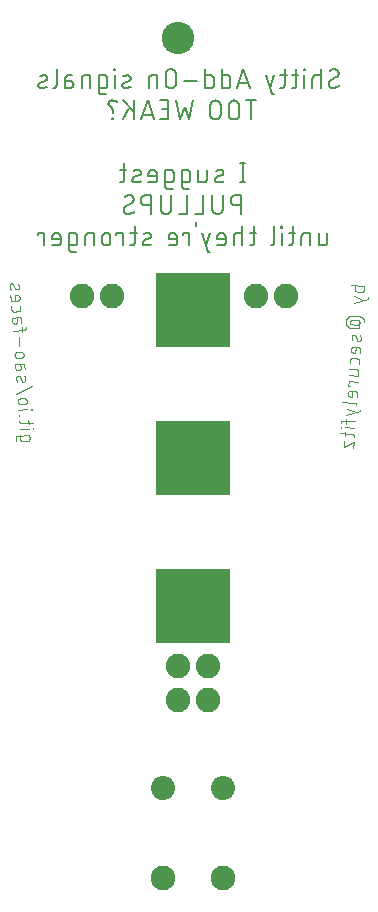
<source format=gbs>
G04 EAGLE Gerber X2 export*
G75*
%MOMM*%
%FSLAX34Y34*%
%LPD*%
%AMOC8*
5,1,8,0,0,1.08239X$1,22.5*%
G01*
%ADD10C,0.177800*%
%ADD11C,2.743200*%
%ADD12C,0.101600*%
%ADD13C,2.082800*%
%ADD14C,2.047813*%
%ADD15C,2.094537*%
%ADD16R,6.273200X6.273200*%


D10*
X292717Y710565D02*
X292719Y710449D01*
X292725Y710332D01*
X292734Y710216D01*
X292747Y710101D01*
X292764Y709986D01*
X292785Y709871D01*
X292810Y709758D01*
X292838Y709645D01*
X292870Y709533D01*
X292906Y709422D01*
X292945Y709312D01*
X292988Y709204D01*
X293034Y709097D01*
X293084Y708992D01*
X293137Y708889D01*
X293193Y708787D01*
X293253Y708687D01*
X293316Y708589D01*
X293383Y708494D01*
X293452Y708400D01*
X293524Y708309D01*
X293599Y708220D01*
X293678Y708134D01*
X293759Y708051D01*
X293842Y707970D01*
X293928Y707891D01*
X294017Y707816D01*
X294108Y707744D01*
X294202Y707675D01*
X294297Y707608D01*
X294395Y707545D01*
X294495Y707485D01*
X294597Y707429D01*
X294700Y707376D01*
X294805Y707326D01*
X294912Y707280D01*
X295020Y707237D01*
X295130Y707198D01*
X295241Y707162D01*
X295353Y707130D01*
X295466Y707102D01*
X295579Y707077D01*
X295694Y707056D01*
X295809Y707039D01*
X295924Y707026D01*
X296040Y707017D01*
X296157Y707011D01*
X296273Y707009D01*
X296453Y707011D01*
X296632Y707018D01*
X296812Y707028D01*
X296991Y707043D01*
X297170Y707063D01*
X297348Y707086D01*
X297525Y707114D01*
X297702Y707146D01*
X297878Y707182D01*
X298053Y707223D01*
X298227Y707268D01*
X298400Y707317D01*
X298572Y707369D01*
X298743Y707427D01*
X298912Y707488D01*
X299079Y707553D01*
X299245Y707622D01*
X299409Y707695D01*
X299572Y707772D01*
X299732Y707853D01*
X299891Y707937D01*
X300047Y708026D01*
X300201Y708118D01*
X300353Y708214D01*
X300503Y708313D01*
X300651Y708416D01*
X300795Y708523D01*
X300938Y708633D01*
X301077Y708746D01*
X301214Y708863D01*
X301348Y708982D01*
X301479Y709105D01*
X301607Y709231D01*
X301163Y719455D02*
X301161Y719571D01*
X301155Y719688D01*
X301146Y719804D01*
X301133Y719919D01*
X301116Y720034D01*
X301095Y720149D01*
X301070Y720262D01*
X301042Y720375D01*
X301010Y720487D01*
X300974Y720598D01*
X300935Y720708D01*
X300892Y720816D01*
X300846Y720923D01*
X300796Y721028D01*
X300743Y721131D01*
X300687Y721233D01*
X300627Y721333D01*
X300564Y721431D01*
X300497Y721526D01*
X300428Y721620D01*
X300356Y721711D01*
X300281Y721800D01*
X300202Y721886D01*
X300121Y721969D01*
X300038Y722050D01*
X299952Y722129D01*
X299863Y722204D01*
X299772Y722276D01*
X299678Y722345D01*
X299583Y722412D01*
X299485Y722475D01*
X299385Y722535D01*
X299283Y722591D01*
X299180Y722644D01*
X299075Y722694D01*
X298968Y722740D01*
X298860Y722783D01*
X298750Y722822D01*
X298639Y722858D01*
X298527Y722890D01*
X298414Y722918D01*
X298301Y722943D01*
X298186Y722964D01*
X298071Y722981D01*
X297956Y722994D01*
X297840Y723003D01*
X297723Y723009D01*
X297607Y723011D01*
X297607Y723012D02*
X297448Y723010D01*
X297289Y723004D01*
X297131Y722995D01*
X296972Y722982D01*
X296814Y722965D01*
X296657Y722944D01*
X296500Y722919D01*
X296343Y722891D01*
X296188Y722859D01*
X296033Y722824D01*
X295879Y722784D01*
X295726Y722741D01*
X295574Y722694D01*
X295423Y722644D01*
X295274Y722590D01*
X295125Y722533D01*
X294979Y722472D01*
X294833Y722408D01*
X294690Y722340D01*
X294548Y722269D01*
X294407Y722194D01*
X294269Y722116D01*
X294132Y722035D01*
X293998Y721951D01*
X293865Y721863D01*
X293734Y721772D01*
X293606Y721678D01*
X299385Y716343D02*
X299485Y716404D01*
X299583Y716469D01*
X299679Y716536D01*
X299772Y716607D01*
X299863Y716680D01*
X299952Y716757D01*
X300038Y716836D01*
X300122Y716918D01*
X300203Y717003D01*
X300281Y717090D01*
X300356Y717180D01*
X300429Y717272D01*
X300498Y717367D01*
X300564Y717463D01*
X300627Y717562D01*
X300687Y717663D01*
X300744Y717766D01*
X300797Y717870D01*
X300846Y717976D01*
X300893Y718084D01*
X300935Y718193D01*
X300975Y718303D01*
X301010Y718415D01*
X301042Y718528D01*
X301070Y718642D01*
X301095Y718756D01*
X301116Y718872D01*
X301133Y718988D01*
X301146Y719104D01*
X301155Y719221D01*
X301161Y719338D01*
X301163Y719455D01*
X294495Y713677D02*
X294395Y713616D01*
X294297Y713551D01*
X294201Y713484D01*
X294108Y713413D01*
X294017Y713340D01*
X293928Y713263D01*
X293842Y713184D01*
X293758Y713102D01*
X293677Y713017D01*
X293599Y712930D01*
X293524Y712840D01*
X293451Y712748D01*
X293382Y712653D01*
X293316Y712557D01*
X293253Y712458D01*
X293193Y712357D01*
X293136Y712254D01*
X293083Y712150D01*
X293034Y712044D01*
X292987Y711936D01*
X292945Y711827D01*
X292905Y711717D01*
X292870Y711605D01*
X292838Y711492D01*
X292810Y711378D01*
X292785Y711264D01*
X292764Y711148D01*
X292747Y711032D01*
X292734Y710916D01*
X292725Y710799D01*
X292719Y710682D01*
X292717Y710565D01*
X294495Y713677D02*
X299385Y716344D01*
X286129Y723011D02*
X286129Y707009D01*
X286129Y717677D02*
X281684Y717677D01*
X281582Y717675D01*
X281480Y717669D01*
X281378Y717659D01*
X281277Y717646D01*
X281176Y717628D01*
X281076Y717607D01*
X280977Y717582D01*
X280879Y717553D01*
X280783Y717520D01*
X280687Y717484D01*
X280593Y717444D01*
X280501Y717400D01*
X280410Y717353D01*
X280321Y717302D01*
X280234Y717249D01*
X280150Y717191D01*
X280067Y717131D01*
X279987Y717068D01*
X279910Y717001D01*
X279835Y716932D01*
X279762Y716859D01*
X279693Y716784D01*
X279626Y716707D01*
X279563Y716627D01*
X279503Y716544D01*
X279445Y716460D01*
X279392Y716373D01*
X279341Y716284D01*
X279294Y716193D01*
X279250Y716101D01*
X279210Y716007D01*
X279174Y715911D01*
X279141Y715815D01*
X279112Y715717D01*
X279087Y715618D01*
X279066Y715518D01*
X279048Y715417D01*
X279035Y715316D01*
X279025Y715214D01*
X279019Y715112D01*
X279017Y715010D01*
X279017Y707009D01*
X272153Y707009D02*
X272153Y717677D01*
X272597Y722122D02*
X272597Y723011D01*
X271708Y723011D01*
X271708Y722122D01*
X272597Y722122D01*
X267132Y717677D02*
X261798Y717677D01*
X265354Y723011D02*
X265354Y709676D01*
X265352Y709574D01*
X265346Y709472D01*
X265336Y709370D01*
X265323Y709269D01*
X265305Y709168D01*
X265284Y709068D01*
X265259Y708969D01*
X265230Y708871D01*
X265197Y708775D01*
X265161Y708679D01*
X265121Y708585D01*
X265077Y708493D01*
X265030Y708402D01*
X264979Y708313D01*
X264926Y708226D01*
X264868Y708142D01*
X264808Y708059D01*
X264745Y707979D01*
X264678Y707902D01*
X264609Y707827D01*
X264536Y707754D01*
X264461Y707685D01*
X264384Y707618D01*
X264304Y707555D01*
X264221Y707495D01*
X264137Y707437D01*
X264050Y707384D01*
X263961Y707333D01*
X263870Y707286D01*
X263778Y707242D01*
X263684Y707202D01*
X263588Y707166D01*
X263492Y707133D01*
X263394Y707104D01*
X263295Y707079D01*
X263195Y707058D01*
X263094Y707040D01*
X262993Y707027D01*
X262891Y707017D01*
X262789Y707011D01*
X262687Y707009D01*
X261798Y707009D01*
X257232Y717677D02*
X251898Y717677D01*
X255454Y723011D02*
X255454Y709676D01*
X255452Y709574D01*
X255446Y709472D01*
X255436Y709370D01*
X255423Y709269D01*
X255405Y709168D01*
X255384Y709068D01*
X255359Y708969D01*
X255330Y708871D01*
X255297Y708775D01*
X255261Y708679D01*
X255221Y708585D01*
X255177Y708493D01*
X255130Y708402D01*
X255079Y708313D01*
X255026Y708226D01*
X254968Y708142D01*
X254908Y708059D01*
X254845Y707979D01*
X254778Y707902D01*
X254709Y707827D01*
X254636Y707754D01*
X254561Y707685D01*
X254484Y707618D01*
X254404Y707555D01*
X254321Y707495D01*
X254237Y707437D01*
X254150Y707384D01*
X254061Y707333D01*
X253970Y707286D01*
X253878Y707242D01*
X253784Y707202D01*
X253688Y707166D01*
X253592Y707133D01*
X253494Y707104D01*
X253395Y707079D01*
X253295Y707058D01*
X253194Y707040D01*
X253093Y707027D01*
X252991Y707017D01*
X252889Y707011D01*
X252787Y707009D01*
X251898Y707009D01*
X246530Y701675D02*
X244752Y701675D01*
X239418Y717677D01*
X246530Y717677D02*
X242974Y707009D01*
X225904Y707009D02*
X220570Y723011D01*
X215236Y707009D01*
X216569Y711010D02*
X224570Y711010D01*
X202505Y707009D02*
X202505Y723011D01*
X202505Y707009D02*
X206950Y707009D01*
X207052Y707011D01*
X207154Y707017D01*
X207256Y707027D01*
X207357Y707040D01*
X207458Y707058D01*
X207558Y707079D01*
X207657Y707104D01*
X207755Y707133D01*
X207851Y707166D01*
X207947Y707202D01*
X208041Y707242D01*
X208133Y707286D01*
X208224Y707333D01*
X208313Y707384D01*
X208400Y707437D01*
X208484Y707495D01*
X208567Y707555D01*
X208647Y707618D01*
X208724Y707685D01*
X208799Y707754D01*
X208872Y707827D01*
X208941Y707902D01*
X209008Y707979D01*
X209071Y708059D01*
X209131Y708142D01*
X209189Y708226D01*
X209242Y708313D01*
X209293Y708402D01*
X209340Y708493D01*
X209384Y708585D01*
X209424Y708679D01*
X209460Y708775D01*
X209493Y708871D01*
X209522Y708969D01*
X209547Y709068D01*
X209568Y709168D01*
X209586Y709269D01*
X209599Y709370D01*
X209609Y709472D01*
X209615Y709574D01*
X209617Y709676D01*
X209617Y715010D01*
X209615Y715112D01*
X209609Y715214D01*
X209599Y715316D01*
X209586Y715417D01*
X209568Y715518D01*
X209547Y715618D01*
X209522Y715717D01*
X209493Y715815D01*
X209460Y715911D01*
X209424Y716007D01*
X209384Y716101D01*
X209340Y716193D01*
X209293Y716284D01*
X209242Y716373D01*
X209189Y716460D01*
X209131Y716544D01*
X209071Y716627D01*
X209008Y716707D01*
X208941Y716784D01*
X208872Y716859D01*
X208799Y716932D01*
X208724Y717001D01*
X208647Y717068D01*
X208567Y717131D01*
X208484Y717191D01*
X208400Y717249D01*
X208313Y717302D01*
X208224Y717353D01*
X208133Y717400D01*
X208041Y717444D01*
X207947Y717484D01*
X207851Y717520D01*
X207755Y717553D01*
X207657Y717582D01*
X207558Y717607D01*
X207458Y717628D01*
X207357Y717646D01*
X207256Y717659D01*
X207154Y717669D01*
X207052Y717675D01*
X206950Y717677D01*
X202505Y717677D01*
X188437Y723011D02*
X188437Y707009D01*
X192882Y707009D01*
X192984Y707011D01*
X193086Y707017D01*
X193188Y707027D01*
X193289Y707040D01*
X193390Y707058D01*
X193490Y707079D01*
X193589Y707104D01*
X193687Y707133D01*
X193783Y707166D01*
X193879Y707202D01*
X193973Y707242D01*
X194065Y707286D01*
X194156Y707333D01*
X194245Y707384D01*
X194332Y707437D01*
X194416Y707495D01*
X194499Y707555D01*
X194579Y707618D01*
X194656Y707685D01*
X194731Y707754D01*
X194804Y707827D01*
X194873Y707902D01*
X194940Y707979D01*
X195003Y708059D01*
X195063Y708142D01*
X195121Y708226D01*
X195174Y708313D01*
X195225Y708402D01*
X195272Y708493D01*
X195316Y708585D01*
X195356Y708679D01*
X195392Y708775D01*
X195425Y708871D01*
X195454Y708969D01*
X195479Y709068D01*
X195500Y709168D01*
X195518Y709269D01*
X195531Y709370D01*
X195541Y709472D01*
X195547Y709574D01*
X195549Y709676D01*
X195549Y715010D01*
X195547Y715112D01*
X195541Y715214D01*
X195531Y715316D01*
X195518Y715417D01*
X195500Y715518D01*
X195479Y715618D01*
X195454Y715717D01*
X195425Y715815D01*
X195392Y715911D01*
X195356Y716007D01*
X195316Y716101D01*
X195272Y716193D01*
X195225Y716284D01*
X195174Y716373D01*
X195121Y716460D01*
X195063Y716544D01*
X195003Y716627D01*
X194940Y716707D01*
X194873Y716784D01*
X194804Y716859D01*
X194731Y716932D01*
X194656Y717001D01*
X194579Y717068D01*
X194499Y717131D01*
X194416Y717191D01*
X194332Y717249D01*
X194245Y717302D01*
X194156Y717353D01*
X194065Y717400D01*
X193973Y717444D01*
X193879Y717484D01*
X193783Y717520D01*
X193687Y717553D01*
X193589Y717582D01*
X193490Y717607D01*
X193390Y717628D01*
X193289Y717646D01*
X193188Y717659D01*
X193086Y717669D01*
X192984Y717675D01*
X192882Y717677D01*
X188437Y717677D01*
X181094Y713232D02*
X170426Y713232D01*
X163532Y711454D02*
X163532Y718566D01*
X163530Y718698D01*
X163524Y718829D01*
X163514Y718961D01*
X163501Y719092D01*
X163483Y719222D01*
X163462Y719352D01*
X163437Y719482D01*
X163408Y719610D01*
X163375Y719738D01*
X163338Y719864D01*
X163298Y719990D01*
X163254Y720114D01*
X163206Y720237D01*
X163155Y720358D01*
X163100Y720478D01*
X163042Y720596D01*
X162980Y720712D01*
X162914Y720826D01*
X162846Y720939D01*
X162774Y721049D01*
X162699Y721157D01*
X162620Y721263D01*
X162539Y721367D01*
X162454Y721468D01*
X162367Y721566D01*
X162276Y721662D01*
X162183Y721755D01*
X162087Y721846D01*
X161989Y721933D01*
X161888Y722018D01*
X161784Y722099D01*
X161678Y722178D01*
X161570Y722253D01*
X161460Y722325D01*
X161347Y722393D01*
X161233Y722459D01*
X161117Y722521D01*
X160999Y722579D01*
X160879Y722634D01*
X160758Y722685D01*
X160635Y722733D01*
X160511Y722777D01*
X160385Y722817D01*
X160259Y722854D01*
X160131Y722887D01*
X160003Y722916D01*
X159873Y722941D01*
X159743Y722962D01*
X159613Y722980D01*
X159482Y722993D01*
X159350Y723003D01*
X159219Y723009D01*
X159087Y723011D01*
X158955Y723009D01*
X158824Y723003D01*
X158692Y722993D01*
X158561Y722980D01*
X158431Y722962D01*
X158301Y722941D01*
X158171Y722916D01*
X158043Y722887D01*
X157915Y722854D01*
X157789Y722817D01*
X157663Y722777D01*
X157539Y722733D01*
X157416Y722685D01*
X157295Y722634D01*
X157175Y722579D01*
X157057Y722521D01*
X156941Y722459D01*
X156827Y722393D01*
X156714Y722325D01*
X156604Y722253D01*
X156496Y722178D01*
X156390Y722099D01*
X156286Y722018D01*
X156185Y721933D01*
X156087Y721846D01*
X155991Y721755D01*
X155898Y721662D01*
X155807Y721566D01*
X155720Y721468D01*
X155635Y721367D01*
X155554Y721263D01*
X155475Y721157D01*
X155400Y721049D01*
X155328Y720939D01*
X155260Y720826D01*
X155194Y720712D01*
X155132Y720596D01*
X155074Y720478D01*
X155019Y720358D01*
X154968Y720237D01*
X154920Y720114D01*
X154876Y719990D01*
X154836Y719864D01*
X154799Y719738D01*
X154766Y719610D01*
X154737Y719482D01*
X154712Y719352D01*
X154691Y719222D01*
X154673Y719092D01*
X154660Y718961D01*
X154650Y718829D01*
X154644Y718698D01*
X154642Y718566D01*
X154642Y711454D01*
X154644Y711322D01*
X154650Y711191D01*
X154660Y711059D01*
X154673Y710928D01*
X154691Y710798D01*
X154712Y710668D01*
X154737Y710538D01*
X154766Y710410D01*
X154799Y710282D01*
X154836Y710156D01*
X154876Y710030D01*
X154920Y709906D01*
X154968Y709783D01*
X155019Y709662D01*
X155074Y709542D01*
X155132Y709424D01*
X155194Y709308D01*
X155260Y709194D01*
X155328Y709081D01*
X155400Y708971D01*
X155475Y708863D01*
X155554Y708757D01*
X155635Y708653D01*
X155720Y708552D01*
X155807Y708454D01*
X155898Y708358D01*
X155991Y708265D01*
X156087Y708174D01*
X156185Y708087D01*
X156286Y708002D01*
X156390Y707921D01*
X156496Y707842D01*
X156604Y707767D01*
X156714Y707695D01*
X156827Y707627D01*
X156941Y707561D01*
X157057Y707499D01*
X157175Y707441D01*
X157295Y707386D01*
X157416Y707335D01*
X157539Y707287D01*
X157663Y707243D01*
X157789Y707203D01*
X157915Y707166D01*
X158043Y707133D01*
X158171Y707104D01*
X158301Y707079D01*
X158431Y707058D01*
X158561Y707040D01*
X158692Y707027D01*
X158824Y707017D01*
X158955Y707011D01*
X159087Y707009D01*
X159219Y707011D01*
X159350Y707017D01*
X159482Y707027D01*
X159613Y707040D01*
X159743Y707058D01*
X159873Y707079D01*
X160003Y707104D01*
X160131Y707133D01*
X160259Y707166D01*
X160385Y707203D01*
X160511Y707243D01*
X160635Y707287D01*
X160758Y707335D01*
X160879Y707386D01*
X160999Y707441D01*
X161117Y707499D01*
X161233Y707561D01*
X161347Y707627D01*
X161460Y707695D01*
X161570Y707767D01*
X161678Y707842D01*
X161784Y707921D01*
X161888Y708002D01*
X161989Y708087D01*
X162087Y708174D01*
X162183Y708265D01*
X162276Y708358D01*
X162367Y708454D01*
X162454Y708552D01*
X162539Y708653D01*
X162620Y708757D01*
X162699Y708863D01*
X162774Y708971D01*
X162846Y709081D01*
X162914Y709194D01*
X162980Y709308D01*
X163042Y709424D01*
X163100Y709542D01*
X163155Y709662D01*
X163206Y709783D01*
X163254Y709906D01*
X163298Y710030D01*
X163338Y710156D01*
X163375Y710282D01*
X163408Y710410D01*
X163437Y710538D01*
X163462Y710668D01*
X163483Y710798D01*
X163501Y710928D01*
X163514Y711059D01*
X163524Y711191D01*
X163530Y711322D01*
X163532Y711454D01*
X147533Y707009D02*
X147533Y717677D01*
X143088Y717677D01*
X142986Y717675D01*
X142884Y717669D01*
X142782Y717659D01*
X142681Y717646D01*
X142580Y717628D01*
X142480Y717607D01*
X142381Y717582D01*
X142283Y717553D01*
X142187Y717520D01*
X142091Y717484D01*
X141997Y717444D01*
X141905Y717400D01*
X141814Y717353D01*
X141725Y717302D01*
X141638Y717249D01*
X141554Y717191D01*
X141471Y717131D01*
X141391Y717068D01*
X141314Y717001D01*
X141239Y716932D01*
X141166Y716859D01*
X141097Y716784D01*
X141030Y716707D01*
X140967Y716627D01*
X140907Y716544D01*
X140849Y716460D01*
X140796Y716373D01*
X140745Y716284D01*
X140698Y716193D01*
X140654Y716101D01*
X140614Y716007D01*
X140578Y715911D01*
X140545Y715815D01*
X140516Y715717D01*
X140491Y715618D01*
X140470Y715518D01*
X140452Y715417D01*
X140439Y715316D01*
X140429Y715214D01*
X140423Y715112D01*
X140421Y715010D01*
X140421Y707009D01*
X123794Y713232D02*
X119349Y711454D01*
X123794Y713232D02*
X123882Y713269D01*
X123968Y713310D01*
X124053Y713354D01*
X124135Y713402D01*
X124216Y713454D01*
X124294Y713508D01*
X124370Y713566D01*
X124444Y713627D01*
X124515Y713691D01*
X124583Y713757D01*
X124648Y713827D01*
X124711Y713899D01*
X124770Y713974D01*
X124827Y714051D01*
X124880Y714130D01*
X124930Y714212D01*
X124976Y714295D01*
X125019Y714380D01*
X125058Y714468D01*
X125094Y714556D01*
X125126Y714646D01*
X125154Y714737D01*
X125178Y714830D01*
X125199Y714923D01*
X125215Y715017D01*
X125228Y715111D01*
X125237Y715207D01*
X125242Y715302D01*
X125243Y715397D01*
X125240Y715493D01*
X125233Y715588D01*
X125222Y715683D01*
X125207Y715777D01*
X125188Y715871D01*
X125166Y715964D01*
X125139Y716055D01*
X125109Y716146D01*
X125075Y716235D01*
X125038Y716323D01*
X124997Y716409D01*
X124952Y716493D01*
X124904Y716576D01*
X124852Y716656D01*
X124797Y716734D01*
X124739Y716810D01*
X124678Y716884D01*
X124614Y716954D01*
X124547Y717022D01*
X124477Y717088D01*
X124405Y717150D01*
X124330Y717209D01*
X124253Y717265D01*
X124173Y717318D01*
X124092Y717367D01*
X124008Y717414D01*
X123923Y717456D01*
X123835Y717495D01*
X123747Y717530D01*
X123657Y717562D01*
X123565Y717590D01*
X123473Y717614D01*
X123380Y717634D01*
X123286Y717651D01*
X123191Y717663D01*
X123096Y717672D01*
X123001Y717676D01*
X122905Y717677D01*
X122906Y717677D02*
X122663Y717671D01*
X122421Y717658D01*
X122179Y717640D01*
X121937Y717616D01*
X121696Y717587D01*
X121456Y717551D01*
X121217Y717510D01*
X120979Y717463D01*
X120742Y717411D01*
X120506Y717352D01*
X120272Y717288D01*
X120039Y717219D01*
X119808Y717143D01*
X119579Y717063D01*
X119353Y716977D01*
X119128Y716885D01*
X118905Y716788D01*
X119349Y711454D02*
X119261Y711417D01*
X119175Y711376D01*
X119090Y711332D01*
X119008Y711284D01*
X118927Y711232D01*
X118849Y711178D01*
X118773Y711120D01*
X118699Y711059D01*
X118628Y710995D01*
X118560Y710929D01*
X118495Y710859D01*
X118432Y710787D01*
X118373Y710712D01*
X118316Y710635D01*
X118263Y710556D01*
X118213Y710474D01*
X118167Y710391D01*
X118124Y710306D01*
X118085Y710218D01*
X118049Y710130D01*
X118017Y710040D01*
X117989Y709949D01*
X117965Y709856D01*
X117944Y709763D01*
X117928Y709669D01*
X117915Y709575D01*
X117906Y709479D01*
X117901Y709384D01*
X117900Y709289D01*
X117903Y709193D01*
X117910Y709098D01*
X117921Y709003D01*
X117936Y708909D01*
X117955Y708815D01*
X117977Y708722D01*
X118004Y708631D01*
X118034Y708540D01*
X118068Y708451D01*
X118105Y708363D01*
X118146Y708277D01*
X118191Y708193D01*
X118239Y708110D01*
X118291Y708030D01*
X118346Y707952D01*
X118404Y707876D01*
X118465Y707802D01*
X118529Y707732D01*
X118596Y707664D01*
X118666Y707598D01*
X118738Y707536D01*
X118813Y707477D01*
X118890Y707421D01*
X118970Y707368D01*
X119051Y707319D01*
X119135Y707272D01*
X119220Y707230D01*
X119308Y707191D01*
X119396Y707156D01*
X119486Y707124D01*
X119578Y707096D01*
X119670Y707072D01*
X119763Y707052D01*
X119857Y707035D01*
X119952Y707023D01*
X120047Y707014D01*
X120142Y707010D01*
X120238Y707009D01*
X120238Y707010D02*
X120595Y707019D01*
X120951Y707037D01*
X121307Y707063D01*
X121662Y707097D01*
X122016Y707140D01*
X122368Y707192D01*
X122720Y707251D01*
X123070Y707319D01*
X123418Y707395D01*
X123765Y707480D01*
X124109Y707572D01*
X124451Y707673D01*
X124791Y707782D01*
X125128Y707899D01*
X111672Y707009D02*
X111672Y717677D01*
X112117Y722122D02*
X112117Y723011D01*
X111228Y723011D01*
X111228Y722122D01*
X112117Y722122D01*
X102742Y707009D02*
X98297Y707009D01*
X102742Y707009D02*
X102844Y707011D01*
X102946Y707017D01*
X103048Y707027D01*
X103149Y707040D01*
X103250Y707058D01*
X103350Y707079D01*
X103449Y707104D01*
X103547Y707133D01*
X103643Y707166D01*
X103739Y707202D01*
X103833Y707242D01*
X103925Y707286D01*
X104016Y707333D01*
X104105Y707384D01*
X104192Y707437D01*
X104276Y707495D01*
X104359Y707555D01*
X104439Y707618D01*
X104516Y707685D01*
X104591Y707754D01*
X104664Y707827D01*
X104733Y707902D01*
X104800Y707979D01*
X104863Y708059D01*
X104923Y708142D01*
X104981Y708226D01*
X105034Y708313D01*
X105085Y708402D01*
X105132Y708493D01*
X105176Y708585D01*
X105216Y708679D01*
X105252Y708775D01*
X105285Y708871D01*
X105314Y708969D01*
X105339Y709068D01*
X105360Y709168D01*
X105378Y709269D01*
X105391Y709370D01*
X105401Y709472D01*
X105407Y709574D01*
X105409Y709676D01*
X105409Y715010D01*
X105407Y715112D01*
X105401Y715214D01*
X105391Y715316D01*
X105378Y715417D01*
X105360Y715518D01*
X105339Y715618D01*
X105314Y715717D01*
X105285Y715815D01*
X105252Y715911D01*
X105216Y716007D01*
X105176Y716101D01*
X105132Y716193D01*
X105085Y716284D01*
X105034Y716373D01*
X104981Y716460D01*
X104923Y716544D01*
X104863Y716627D01*
X104800Y716707D01*
X104733Y716784D01*
X104664Y716859D01*
X104591Y716932D01*
X104516Y717001D01*
X104439Y717068D01*
X104359Y717131D01*
X104276Y717191D01*
X104192Y717249D01*
X104105Y717302D01*
X104016Y717353D01*
X103925Y717400D01*
X103833Y717444D01*
X103739Y717484D01*
X103643Y717520D01*
X103547Y717553D01*
X103449Y717582D01*
X103350Y717607D01*
X103250Y717628D01*
X103149Y717646D01*
X103048Y717659D01*
X102946Y717669D01*
X102844Y717675D01*
X102742Y717677D01*
X98297Y717677D01*
X98297Y704342D01*
X98299Y704240D01*
X98305Y704138D01*
X98315Y704036D01*
X98328Y703935D01*
X98346Y703834D01*
X98367Y703734D01*
X98392Y703635D01*
X98421Y703537D01*
X98454Y703441D01*
X98490Y703345D01*
X98530Y703251D01*
X98574Y703159D01*
X98621Y703068D01*
X98672Y702979D01*
X98725Y702892D01*
X98783Y702808D01*
X98843Y702725D01*
X98906Y702645D01*
X98973Y702568D01*
X99042Y702493D01*
X99115Y702420D01*
X99190Y702351D01*
X99267Y702284D01*
X99347Y702221D01*
X99430Y702161D01*
X99514Y702103D01*
X99601Y702050D01*
X99690Y701999D01*
X99781Y701952D01*
X99873Y701908D01*
X99967Y701868D01*
X100063Y701832D01*
X100159Y701799D01*
X100257Y701770D01*
X100356Y701745D01*
X100456Y701724D01*
X100557Y701706D01*
X100658Y701693D01*
X100760Y701683D01*
X100862Y701677D01*
X100964Y701675D01*
X104520Y701675D01*
X90739Y707009D02*
X90739Y717677D01*
X86294Y717677D01*
X86192Y717675D01*
X86090Y717669D01*
X85988Y717659D01*
X85887Y717646D01*
X85786Y717628D01*
X85686Y717607D01*
X85587Y717582D01*
X85489Y717553D01*
X85393Y717520D01*
X85297Y717484D01*
X85203Y717444D01*
X85111Y717400D01*
X85020Y717353D01*
X84931Y717302D01*
X84844Y717249D01*
X84760Y717191D01*
X84677Y717131D01*
X84597Y717068D01*
X84520Y717001D01*
X84445Y716932D01*
X84372Y716859D01*
X84303Y716784D01*
X84236Y716707D01*
X84173Y716627D01*
X84113Y716544D01*
X84055Y716460D01*
X84002Y716373D01*
X83951Y716284D01*
X83904Y716193D01*
X83860Y716101D01*
X83820Y716007D01*
X83784Y715911D01*
X83751Y715815D01*
X83722Y715717D01*
X83697Y715618D01*
X83676Y715518D01*
X83658Y715417D01*
X83645Y715316D01*
X83635Y715214D01*
X83629Y715112D01*
X83627Y715010D01*
X83627Y707009D01*
X73640Y713232D02*
X69640Y713232D01*
X73640Y713233D02*
X73751Y713231D01*
X73862Y713225D01*
X73973Y713215D01*
X74083Y713201D01*
X74193Y713184D01*
X74302Y713162D01*
X74410Y713136D01*
X74517Y713107D01*
X74623Y713074D01*
X74728Y713037D01*
X74831Y712996D01*
X74933Y712952D01*
X75033Y712904D01*
X75131Y712852D01*
X75228Y712797D01*
X75322Y712739D01*
X75415Y712677D01*
X75505Y712612D01*
X75593Y712544D01*
X75678Y712473D01*
X75761Y712399D01*
X75841Y712322D01*
X75918Y712242D01*
X75992Y712159D01*
X76063Y712074D01*
X76131Y711986D01*
X76196Y711896D01*
X76258Y711803D01*
X76316Y711709D01*
X76371Y711612D01*
X76423Y711514D01*
X76471Y711414D01*
X76515Y711312D01*
X76556Y711209D01*
X76593Y711104D01*
X76626Y710998D01*
X76655Y710891D01*
X76681Y710783D01*
X76703Y710674D01*
X76720Y710564D01*
X76734Y710454D01*
X76744Y710343D01*
X76750Y710232D01*
X76752Y710121D01*
X76750Y710010D01*
X76744Y709899D01*
X76734Y709788D01*
X76720Y709678D01*
X76703Y709568D01*
X76681Y709459D01*
X76655Y709351D01*
X76626Y709244D01*
X76593Y709138D01*
X76556Y709033D01*
X76515Y708930D01*
X76471Y708828D01*
X76423Y708728D01*
X76371Y708630D01*
X76316Y708533D01*
X76258Y708439D01*
X76196Y708346D01*
X76131Y708256D01*
X76063Y708168D01*
X75992Y708083D01*
X75918Y708000D01*
X75841Y707920D01*
X75761Y707843D01*
X75678Y707769D01*
X75593Y707698D01*
X75505Y707630D01*
X75415Y707565D01*
X75322Y707503D01*
X75228Y707445D01*
X75131Y707390D01*
X75033Y707338D01*
X74933Y707290D01*
X74831Y707246D01*
X74728Y707205D01*
X74623Y707168D01*
X74517Y707135D01*
X74410Y707106D01*
X74302Y707080D01*
X74193Y707058D01*
X74083Y707041D01*
X73973Y707027D01*
X73862Y707017D01*
X73751Y707011D01*
X73640Y707009D01*
X69640Y707009D01*
X69640Y715010D01*
X69642Y715112D01*
X69648Y715214D01*
X69658Y715316D01*
X69671Y715417D01*
X69689Y715518D01*
X69710Y715618D01*
X69735Y715717D01*
X69764Y715815D01*
X69797Y715911D01*
X69833Y716007D01*
X69873Y716101D01*
X69917Y716193D01*
X69964Y716284D01*
X70015Y716373D01*
X70068Y716460D01*
X70126Y716544D01*
X70186Y716627D01*
X70249Y716707D01*
X70316Y716784D01*
X70385Y716859D01*
X70458Y716932D01*
X70533Y717001D01*
X70610Y717068D01*
X70690Y717131D01*
X70773Y717191D01*
X70857Y717249D01*
X70944Y717302D01*
X71033Y717353D01*
X71124Y717400D01*
X71216Y717444D01*
X71310Y717484D01*
X71406Y717520D01*
X71502Y717553D01*
X71600Y717582D01*
X71699Y717607D01*
X71799Y717628D01*
X71900Y717646D01*
X72001Y717659D01*
X72103Y717669D01*
X72205Y717675D01*
X72307Y717677D01*
X75863Y717677D01*
X62395Y723011D02*
X62395Y709676D01*
X62393Y709574D01*
X62387Y709472D01*
X62377Y709370D01*
X62364Y709269D01*
X62346Y709168D01*
X62325Y709068D01*
X62300Y708969D01*
X62271Y708871D01*
X62238Y708775D01*
X62202Y708679D01*
X62162Y708585D01*
X62118Y708493D01*
X62071Y708402D01*
X62020Y708313D01*
X61967Y708226D01*
X61909Y708142D01*
X61849Y708059D01*
X61786Y707979D01*
X61719Y707902D01*
X61650Y707827D01*
X61577Y707754D01*
X61502Y707685D01*
X61425Y707618D01*
X61345Y707555D01*
X61262Y707495D01*
X61178Y707437D01*
X61091Y707384D01*
X61002Y707333D01*
X60911Y707286D01*
X60819Y707242D01*
X60725Y707202D01*
X60629Y707166D01*
X60533Y707133D01*
X60435Y707104D01*
X60336Y707079D01*
X60236Y707058D01*
X60135Y707040D01*
X60034Y707027D01*
X59932Y707017D01*
X59830Y707011D01*
X59728Y707009D01*
X52933Y713232D02*
X48488Y711454D01*
X52933Y713232D02*
X53021Y713269D01*
X53107Y713310D01*
X53192Y713354D01*
X53274Y713402D01*
X53355Y713454D01*
X53433Y713508D01*
X53509Y713566D01*
X53583Y713627D01*
X53654Y713691D01*
X53722Y713757D01*
X53787Y713827D01*
X53850Y713899D01*
X53909Y713974D01*
X53966Y714051D01*
X54019Y714130D01*
X54069Y714212D01*
X54115Y714295D01*
X54158Y714380D01*
X54197Y714468D01*
X54233Y714556D01*
X54265Y714646D01*
X54293Y714737D01*
X54317Y714830D01*
X54338Y714923D01*
X54354Y715017D01*
X54367Y715111D01*
X54376Y715207D01*
X54381Y715302D01*
X54382Y715397D01*
X54379Y715493D01*
X54372Y715588D01*
X54361Y715683D01*
X54346Y715777D01*
X54327Y715871D01*
X54305Y715964D01*
X54278Y716055D01*
X54248Y716146D01*
X54214Y716235D01*
X54177Y716323D01*
X54136Y716409D01*
X54091Y716493D01*
X54043Y716576D01*
X53991Y716656D01*
X53936Y716734D01*
X53878Y716810D01*
X53817Y716884D01*
X53753Y716954D01*
X53686Y717022D01*
X53616Y717088D01*
X53544Y717150D01*
X53469Y717209D01*
X53392Y717265D01*
X53312Y717318D01*
X53231Y717367D01*
X53147Y717414D01*
X53062Y717456D01*
X52974Y717495D01*
X52886Y717530D01*
X52796Y717562D01*
X52704Y717590D01*
X52612Y717614D01*
X52519Y717634D01*
X52425Y717651D01*
X52330Y717663D01*
X52235Y717672D01*
X52140Y717676D01*
X52044Y717677D01*
X51801Y717671D01*
X51559Y717658D01*
X51317Y717640D01*
X51075Y717616D01*
X50834Y717587D01*
X50594Y717551D01*
X50355Y717510D01*
X50117Y717463D01*
X49880Y717411D01*
X49644Y717352D01*
X49410Y717288D01*
X49177Y717219D01*
X48946Y717143D01*
X48717Y717063D01*
X48491Y716977D01*
X48266Y716885D01*
X48043Y716788D01*
X48488Y711454D02*
X48400Y711417D01*
X48314Y711376D01*
X48229Y711332D01*
X48147Y711284D01*
X48066Y711232D01*
X47988Y711178D01*
X47912Y711120D01*
X47838Y711059D01*
X47767Y710995D01*
X47699Y710929D01*
X47634Y710859D01*
X47571Y710787D01*
X47512Y710712D01*
X47455Y710635D01*
X47402Y710556D01*
X47352Y710474D01*
X47306Y710391D01*
X47263Y710306D01*
X47224Y710218D01*
X47188Y710130D01*
X47156Y710040D01*
X47128Y709949D01*
X47104Y709856D01*
X47083Y709763D01*
X47067Y709669D01*
X47054Y709575D01*
X47045Y709479D01*
X47040Y709384D01*
X47039Y709289D01*
X47042Y709193D01*
X47049Y709098D01*
X47060Y709003D01*
X47075Y708909D01*
X47094Y708815D01*
X47116Y708722D01*
X47143Y708631D01*
X47173Y708540D01*
X47207Y708451D01*
X47244Y708363D01*
X47285Y708277D01*
X47330Y708193D01*
X47378Y708110D01*
X47430Y708030D01*
X47485Y707952D01*
X47543Y707876D01*
X47604Y707802D01*
X47668Y707732D01*
X47735Y707664D01*
X47805Y707598D01*
X47877Y707536D01*
X47952Y707477D01*
X48029Y707421D01*
X48109Y707368D01*
X48190Y707319D01*
X48274Y707272D01*
X48359Y707230D01*
X48447Y707191D01*
X48535Y707156D01*
X48625Y707124D01*
X48717Y707096D01*
X48809Y707072D01*
X48902Y707052D01*
X48996Y707035D01*
X49091Y707023D01*
X49186Y707014D01*
X49281Y707010D01*
X49377Y707009D01*
X49376Y707010D02*
X49733Y707019D01*
X50089Y707037D01*
X50445Y707063D01*
X50800Y707097D01*
X51154Y707140D01*
X51506Y707192D01*
X51858Y707251D01*
X52208Y707319D01*
X52556Y707395D01*
X52903Y707480D01*
X53247Y707572D01*
X53589Y707673D01*
X53929Y707782D01*
X54266Y707899D01*
X227083Y696341D02*
X227083Y680339D01*
X231528Y696341D02*
X222638Y696341D01*
X216938Y691896D02*
X216938Y684784D01*
X216938Y691896D02*
X216936Y692028D01*
X216930Y692159D01*
X216920Y692291D01*
X216907Y692422D01*
X216889Y692552D01*
X216868Y692682D01*
X216843Y692812D01*
X216814Y692940D01*
X216781Y693068D01*
X216744Y693194D01*
X216704Y693320D01*
X216660Y693444D01*
X216612Y693567D01*
X216561Y693688D01*
X216506Y693808D01*
X216448Y693926D01*
X216386Y694042D01*
X216320Y694156D01*
X216252Y694269D01*
X216180Y694379D01*
X216105Y694487D01*
X216026Y694593D01*
X215945Y694697D01*
X215860Y694798D01*
X215773Y694896D01*
X215682Y694992D01*
X215589Y695085D01*
X215493Y695176D01*
X215395Y695263D01*
X215294Y695348D01*
X215190Y695429D01*
X215084Y695508D01*
X214976Y695583D01*
X214866Y695655D01*
X214753Y695723D01*
X214639Y695789D01*
X214523Y695851D01*
X214405Y695909D01*
X214285Y695964D01*
X214164Y696015D01*
X214041Y696063D01*
X213917Y696107D01*
X213791Y696147D01*
X213665Y696184D01*
X213537Y696217D01*
X213409Y696246D01*
X213279Y696271D01*
X213149Y696292D01*
X213019Y696310D01*
X212888Y696323D01*
X212756Y696333D01*
X212625Y696339D01*
X212493Y696341D01*
X212361Y696339D01*
X212230Y696333D01*
X212098Y696323D01*
X211967Y696310D01*
X211837Y696292D01*
X211707Y696271D01*
X211577Y696246D01*
X211449Y696217D01*
X211321Y696184D01*
X211195Y696147D01*
X211069Y696107D01*
X210945Y696063D01*
X210822Y696015D01*
X210701Y695964D01*
X210581Y695909D01*
X210463Y695851D01*
X210347Y695789D01*
X210233Y695723D01*
X210120Y695655D01*
X210010Y695583D01*
X209902Y695508D01*
X209796Y695429D01*
X209692Y695348D01*
X209591Y695263D01*
X209493Y695176D01*
X209397Y695085D01*
X209304Y694992D01*
X209213Y694896D01*
X209126Y694798D01*
X209041Y694697D01*
X208960Y694593D01*
X208881Y694487D01*
X208806Y694379D01*
X208734Y694269D01*
X208666Y694156D01*
X208600Y694042D01*
X208538Y693926D01*
X208480Y693808D01*
X208425Y693688D01*
X208374Y693567D01*
X208326Y693444D01*
X208282Y693320D01*
X208242Y693194D01*
X208205Y693068D01*
X208172Y692940D01*
X208143Y692812D01*
X208118Y692682D01*
X208097Y692552D01*
X208079Y692422D01*
X208066Y692291D01*
X208056Y692159D01*
X208050Y692028D01*
X208048Y691896D01*
X208048Y684784D01*
X208050Y684652D01*
X208056Y684521D01*
X208066Y684389D01*
X208079Y684258D01*
X208097Y684128D01*
X208118Y683998D01*
X208143Y683868D01*
X208172Y683740D01*
X208205Y683612D01*
X208242Y683486D01*
X208282Y683360D01*
X208326Y683236D01*
X208374Y683113D01*
X208425Y682992D01*
X208480Y682872D01*
X208538Y682754D01*
X208600Y682638D01*
X208666Y682524D01*
X208734Y682411D01*
X208806Y682301D01*
X208881Y682193D01*
X208960Y682087D01*
X209041Y681983D01*
X209126Y681882D01*
X209213Y681784D01*
X209304Y681688D01*
X209397Y681595D01*
X209493Y681504D01*
X209591Y681417D01*
X209692Y681332D01*
X209796Y681251D01*
X209902Y681172D01*
X210010Y681097D01*
X210120Y681025D01*
X210233Y680957D01*
X210347Y680891D01*
X210463Y680829D01*
X210581Y680771D01*
X210701Y680716D01*
X210822Y680665D01*
X210945Y680617D01*
X211069Y680573D01*
X211195Y680533D01*
X211321Y680496D01*
X211449Y680463D01*
X211577Y680434D01*
X211707Y680409D01*
X211837Y680388D01*
X211967Y680370D01*
X212098Y680357D01*
X212230Y680347D01*
X212361Y680341D01*
X212493Y680339D01*
X212625Y680341D01*
X212756Y680347D01*
X212888Y680357D01*
X213019Y680370D01*
X213149Y680388D01*
X213279Y680409D01*
X213409Y680434D01*
X213537Y680463D01*
X213665Y680496D01*
X213791Y680533D01*
X213917Y680573D01*
X214041Y680617D01*
X214164Y680665D01*
X214285Y680716D01*
X214405Y680771D01*
X214523Y680829D01*
X214639Y680891D01*
X214753Y680957D01*
X214866Y681025D01*
X214976Y681097D01*
X215084Y681172D01*
X215190Y681251D01*
X215294Y681332D01*
X215395Y681417D01*
X215493Y681504D01*
X215589Y681595D01*
X215682Y681688D01*
X215773Y681784D01*
X215860Y681882D01*
X215945Y681983D01*
X216026Y682087D01*
X216105Y682193D01*
X216180Y682301D01*
X216252Y682411D01*
X216320Y682524D01*
X216386Y682638D01*
X216448Y682754D01*
X216506Y682872D01*
X216561Y682992D01*
X216612Y683113D01*
X216660Y683236D01*
X216704Y683360D01*
X216744Y683486D01*
X216781Y683612D01*
X216814Y683740D01*
X216843Y683868D01*
X216868Y683998D01*
X216889Y684128D01*
X216907Y684258D01*
X216920Y684389D01*
X216930Y684521D01*
X216936Y684652D01*
X216938Y684784D01*
X201307Y684784D02*
X201307Y691896D01*
X201305Y692028D01*
X201299Y692159D01*
X201289Y692291D01*
X201276Y692422D01*
X201258Y692552D01*
X201237Y692682D01*
X201212Y692812D01*
X201183Y692940D01*
X201150Y693068D01*
X201113Y693194D01*
X201073Y693320D01*
X201029Y693444D01*
X200981Y693567D01*
X200930Y693688D01*
X200875Y693808D01*
X200817Y693926D01*
X200755Y694042D01*
X200689Y694156D01*
X200621Y694269D01*
X200549Y694379D01*
X200474Y694487D01*
X200395Y694593D01*
X200314Y694697D01*
X200229Y694798D01*
X200142Y694896D01*
X200051Y694992D01*
X199958Y695085D01*
X199862Y695176D01*
X199764Y695263D01*
X199663Y695348D01*
X199559Y695429D01*
X199453Y695508D01*
X199345Y695583D01*
X199235Y695655D01*
X199122Y695723D01*
X199008Y695789D01*
X198892Y695851D01*
X198774Y695909D01*
X198654Y695964D01*
X198533Y696015D01*
X198410Y696063D01*
X198286Y696107D01*
X198160Y696147D01*
X198034Y696184D01*
X197906Y696217D01*
X197778Y696246D01*
X197648Y696271D01*
X197518Y696292D01*
X197388Y696310D01*
X197257Y696323D01*
X197125Y696333D01*
X196994Y696339D01*
X196862Y696341D01*
X196730Y696339D01*
X196599Y696333D01*
X196467Y696323D01*
X196336Y696310D01*
X196206Y696292D01*
X196076Y696271D01*
X195946Y696246D01*
X195818Y696217D01*
X195690Y696184D01*
X195564Y696147D01*
X195438Y696107D01*
X195314Y696063D01*
X195191Y696015D01*
X195070Y695964D01*
X194950Y695909D01*
X194832Y695851D01*
X194716Y695789D01*
X194602Y695723D01*
X194489Y695655D01*
X194379Y695583D01*
X194271Y695508D01*
X194165Y695429D01*
X194061Y695348D01*
X193960Y695263D01*
X193862Y695176D01*
X193766Y695085D01*
X193673Y694992D01*
X193582Y694896D01*
X193495Y694798D01*
X193410Y694697D01*
X193329Y694593D01*
X193250Y694487D01*
X193175Y694379D01*
X193103Y694269D01*
X193035Y694156D01*
X192969Y694042D01*
X192907Y693926D01*
X192849Y693808D01*
X192794Y693688D01*
X192743Y693567D01*
X192695Y693444D01*
X192651Y693320D01*
X192611Y693194D01*
X192574Y693068D01*
X192541Y692940D01*
X192512Y692812D01*
X192487Y692682D01*
X192466Y692552D01*
X192448Y692422D01*
X192435Y692291D01*
X192425Y692159D01*
X192419Y692028D01*
X192417Y691896D01*
X192417Y684784D01*
X192419Y684652D01*
X192425Y684521D01*
X192435Y684389D01*
X192448Y684258D01*
X192466Y684128D01*
X192487Y683998D01*
X192512Y683868D01*
X192541Y683740D01*
X192574Y683612D01*
X192611Y683486D01*
X192651Y683360D01*
X192695Y683236D01*
X192743Y683113D01*
X192794Y682992D01*
X192849Y682872D01*
X192907Y682754D01*
X192969Y682638D01*
X193035Y682524D01*
X193103Y682411D01*
X193175Y682301D01*
X193250Y682193D01*
X193329Y682087D01*
X193410Y681983D01*
X193495Y681882D01*
X193582Y681784D01*
X193673Y681688D01*
X193766Y681595D01*
X193862Y681504D01*
X193960Y681417D01*
X194061Y681332D01*
X194165Y681251D01*
X194271Y681172D01*
X194379Y681097D01*
X194489Y681025D01*
X194602Y680957D01*
X194716Y680891D01*
X194832Y680829D01*
X194950Y680771D01*
X195070Y680716D01*
X195191Y680665D01*
X195314Y680617D01*
X195438Y680573D01*
X195564Y680533D01*
X195690Y680496D01*
X195818Y680463D01*
X195946Y680434D01*
X196076Y680409D01*
X196206Y680388D01*
X196336Y680370D01*
X196467Y680357D01*
X196599Y680347D01*
X196730Y680341D01*
X196862Y680339D01*
X196994Y680341D01*
X197125Y680347D01*
X197257Y680357D01*
X197388Y680370D01*
X197518Y680388D01*
X197648Y680409D01*
X197778Y680434D01*
X197906Y680463D01*
X198034Y680496D01*
X198160Y680533D01*
X198286Y680573D01*
X198410Y680617D01*
X198533Y680665D01*
X198654Y680716D01*
X198774Y680771D01*
X198892Y680829D01*
X199008Y680891D01*
X199122Y680957D01*
X199235Y681025D01*
X199345Y681097D01*
X199453Y681172D01*
X199559Y681251D01*
X199663Y681332D01*
X199764Y681417D01*
X199862Y681504D01*
X199958Y681595D01*
X200051Y681688D01*
X200142Y681784D01*
X200229Y681882D01*
X200314Y681983D01*
X200395Y682087D01*
X200474Y682193D01*
X200549Y682301D01*
X200621Y682411D01*
X200689Y682524D01*
X200755Y682638D01*
X200817Y682754D01*
X200875Y682872D01*
X200930Y682992D01*
X200981Y683113D01*
X201029Y683236D01*
X201073Y683360D01*
X201113Y683486D01*
X201150Y683612D01*
X201183Y683740D01*
X201212Y683868D01*
X201237Y683998D01*
X201258Y684128D01*
X201276Y684258D01*
X201289Y684389D01*
X201299Y684521D01*
X201305Y684652D01*
X201307Y684784D01*
X177922Y696341D02*
X174366Y680339D01*
X170810Y691007D01*
X167254Y680339D01*
X163698Y696341D01*
X156986Y680339D02*
X149874Y680339D01*
X156986Y680339D02*
X156986Y696341D01*
X149874Y696341D01*
X151652Y689229D02*
X156986Y689229D01*
X144882Y680339D02*
X139548Y696341D01*
X134214Y680339D01*
X135547Y684340D02*
X143548Y684340D01*
X127608Y680339D02*
X127608Y696341D01*
X118718Y696341D02*
X127608Y686562D01*
X124052Y690118D02*
X118718Y680339D01*
X106292Y693674D02*
X106294Y693776D01*
X106300Y693878D01*
X106310Y693980D01*
X106323Y694081D01*
X106341Y694182D01*
X106362Y694282D01*
X106387Y694381D01*
X106416Y694479D01*
X106449Y694575D01*
X106485Y694671D01*
X106525Y694765D01*
X106569Y694857D01*
X106616Y694948D01*
X106667Y695037D01*
X106720Y695124D01*
X106778Y695208D01*
X106838Y695291D01*
X106901Y695371D01*
X106968Y695448D01*
X107037Y695523D01*
X107110Y695596D01*
X107185Y695665D01*
X107262Y695732D01*
X107342Y695795D01*
X107425Y695855D01*
X107509Y695913D01*
X107596Y695966D01*
X107685Y696017D01*
X107776Y696064D01*
X107868Y696108D01*
X107962Y696148D01*
X108058Y696184D01*
X108154Y696217D01*
X108252Y696246D01*
X108351Y696271D01*
X108451Y696292D01*
X108552Y696310D01*
X108653Y696323D01*
X108755Y696333D01*
X108857Y696339D01*
X108959Y696341D01*
X109227Y696338D01*
X109496Y696329D01*
X109764Y696313D01*
X110031Y696291D01*
X110298Y696263D01*
X110564Y696229D01*
X110829Y696189D01*
X111094Y696142D01*
X111357Y696089D01*
X111619Y696031D01*
X111879Y695966D01*
X112138Y695895D01*
X112395Y695818D01*
X112651Y695736D01*
X112904Y695647D01*
X113155Y695552D01*
X113404Y695452D01*
X106292Y693674D02*
X106294Y693585D01*
X106299Y693495D01*
X106308Y693406D01*
X106321Y693318D01*
X106337Y693230D01*
X106356Y693143D01*
X106380Y693056D01*
X106406Y692971D01*
X106436Y692887D01*
X106469Y692804D01*
X106506Y692722D01*
X106546Y692642D01*
X106589Y692564D01*
X106635Y692487D01*
X106684Y692413D01*
X106737Y692340D01*
X106737Y692341D02*
X108959Y690118D01*
X109033Y690041D01*
X109105Y689962D01*
X109174Y689880D01*
X109239Y689795D01*
X109302Y689709D01*
X109362Y689620D01*
X109418Y689529D01*
X109472Y689436D01*
X109522Y689342D01*
X109568Y689246D01*
X109611Y689148D01*
X109651Y689048D01*
X109687Y688948D01*
X109720Y688846D01*
X109749Y688743D01*
X109774Y688639D01*
X109796Y688534D01*
X109814Y688429D01*
X109828Y688323D01*
X109839Y688217D01*
X109846Y688110D01*
X109849Y688003D01*
X109848Y687896D01*
X109849Y687895D02*
X109835Y686784D01*
X109849Y685673D01*
X110293Y681228D02*
X110293Y680339D01*
X110293Y681228D02*
X109404Y681228D01*
X109404Y680339D01*
X110293Y680339D01*
X219831Y643001D02*
X219831Y626999D01*
X221609Y626999D02*
X218053Y626999D01*
X218053Y643001D02*
X221609Y643001D01*
X202254Y633222D02*
X197809Y631444D01*
X202254Y633222D02*
X202342Y633259D01*
X202428Y633300D01*
X202513Y633344D01*
X202595Y633392D01*
X202676Y633444D01*
X202754Y633498D01*
X202830Y633556D01*
X202904Y633617D01*
X202975Y633681D01*
X203043Y633747D01*
X203108Y633817D01*
X203171Y633889D01*
X203230Y633964D01*
X203287Y634041D01*
X203340Y634120D01*
X203390Y634202D01*
X203436Y634285D01*
X203479Y634370D01*
X203518Y634458D01*
X203554Y634546D01*
X203586Y634636D01*
X203614Y634727D01*
X203638Y634820D01*
X203659Y634913D01*
X203675Y635007D01*
X203688Y635101D01*
X203697Y635197D01*
X203702Y635292D01*
X203703Y635387D01*
X203700Y635483D01*
X203693Y635578D01*
X203682Y635673D01*
X203667Y635767D01*
X203648Y635861D01*
X203626Y635954D01*
X203599Y636045D01*
X203569Y636136D01*
X203535Y636225D01*
X203498Y636313D01*
X203457Y636399D01*
X203412Y636483D01*
X203364Y636566D01*
X203312Y636646D01*
X203257Y636724D01*
X203199Y636800D01*
X203138Y636874D01*
X203074Y636944D01*
X203007Y637012D01*
X202937Y637078D01*
X202865Y637140D01*
X202790Y637199D01*
X202713Y637255D01*
X202633Y637308D01*
X202552Y637357D01*
X202468Y637404D01*
X202383Y637446D01*
X202295Y637485D01*
X202207Y637520D01*
X202117Y637552D01*
X202025Y637580D01*
X201933Y637604D01*
X201840Y637624D01*
X201746Y637641D01*
X201651Y637653D01*
X201556Y637662D01*
X201461Y637666D01*
X201365Y637667D01*
X201366Y637667D02*
X201123Y637661D01*
X200881Y637648D01*
X200639Y637630D01*
X200397Y637606D01*
X200156Y637577D01*
X199916Y637541D01*
X199677Y637500D01*
X199439Y637453D01*
X199202Y637401D01*
X198966Y637342D01*
X198732Y637278D01*
X198499Y637209D01*
X198268Y637133D01*
X198039Y637053D01*
X197813Y636967D01*
X197588Y636875D01*
X197365Y636778D01*
X197809Y631444D02*
X197721Y631407D01*
X197635Y631366D01*
X197550Y631322D01*
X197468Y631274D01*
X197387Y631222D01*
X197309Y631168D01*
X197233Y631110D01*
X197159Y631049D01*
X197088Y630985D01*
X197020Y630919D01*
X196955Y630849D01*
X196892Y630777D01*
X196833Y630702D01*
X196776Y630625D01*
X196723Y630546D01*
X196673Y630464D01*
X196627Y630381D01*
X196584Y630296D01*
X196545Y630208D01*
X196509Y630120D01*
X196477Y630030D01*
X196449Y629939D01*
X196425Y629846D01*
X196404Y629753D01*
X196388Y629659D01*
X196375Y629565D01*
X196366Y629469D01*
X196361Y629374D01*
X196360Y629279D01*
X196363Y629183D01*
X196370Y629088D01*
X196381Y628993D01*
X196396Y628899D01*
X196415Y628805D01*
X196437Y628712D01*
X196464Y628621D01*
X196494Y628530D01*
X196528Y628441D01*
X196565Y628353D01*
X196606Y628267D01*
X196651Y628183D01*
X196699Y628100D01*
X196751Y628020D01*
X196806Y627942D01*
X196864Y627866D01*
X196925Y627792D01*
X196989Y627722D01*
X197056Y627654D01*
X197126Y627588D01*
X197198Y627526D01*
X197273Y627467D01*
X197350Y627411D01*
X197430Y627358D01*
X197511Y627309D01*
X197595Y627262D01*
X197680Y627220D01*
X197768Y627181D01*
X197856Y627146D01*
X197946Y627114D01*
X198038Y627086D01*
X198130Y627062D01*
X198223Y627042D01*
X198317Y627025D01*
X198412Y627013D01*
X198507Y627004D01*
X198602Y627000D01*
X198698Y626999D01*
X198698Y627000D02*
X199055Y627009D01*
X199411Y627027D01*
X199767Y627053D01*
X200122Y627087D01*
X200476Y627130D01*
X200828Y627182D01*
X201180Y627241D01*
X201530Y627309D01*
X201878Y627385D01*
X202225Y627470D01*
X202569Y627562D01*
X202911Y627663D01*
X203251Y627772D01*
X203588Y627889D01*
X189520Y629666D02*
X189520Y637667D01*
X189520Y629666D02*
X189518Y629564D01*
X189512Y629462D01*
X189502Y629360D01*
X189489Y629259D01*
X189471Y629158D01*
X189450Y629058D01*
X189425Y628959D01*
X189396Y628861D01*
X189363Y628765D01*
X189327Y628669D01*
X189287Y628575D01*
X189243Y628483D01*
X189196Y628392D01*
X189145Y628303D01*
X189092Y628216D01*
X189034Y628132D01*
X188974Y628049D01*
X188911Y627969D01*
X188844Y627892D01*
X188775Y627817D01*
X188702Y627744D01*
X188627Y627675D01*
X188550Y627608D01*
X188470Y627545D01*
X188387Y627485D01*
X188303Y627427D01*
X188216Y627374D01*
X188127Y627323D01*
X188036Y627276D01*
X187944Y627232D01*
X187850Y627192D01*
X187754Y627156D01*
X187658Y627123D01*
X187560Y627094D01*
X187461Y627069D01*
X187361Y627048D01*
X187260Y627030D01*
X187159Y627017D01*
X187057Y627007D01*
X186955Y627001D01*
X186853Y626999D01*
X182408Y626999D01*
X182408Y637667D01*
X172865Y626999D02*
X168420Y626999D01*
X172865Y626999D02*
X172967Y627001D01*
X173069Y627007D01*
X173171Y627017D01*
X173272Y627030D01*
X173373Y627048D01*
X173473Y627069D01*
X173572Y627094D01*
X173670Y627123D01*
X173766Y627156D01*
X173862Y627192D01*
X173956Y627232D01*
X174048Y627276D01*
X174139Y627323D01*
X174228Y627374D01*
X174315Y627427D01*
X174399Y627485D01*
X174482Y627545D01*
X174562Y627608D01*
X174639Y627675D01*
X174714Y627744D01*
X174787Y627817D01*
X174856Y627892D01*
X174923Y627969D01*
X174986Y628049D01*
X175046Y628132D01*
X175104Y628216D01*
X175157Y628303D01*
X175208Y628392D01*
X175255Y628483D01*
X175299Y628575D01*
X175339Y628669D01*
X175375Y628765D01*
X175408Y628861D01*
X175437Y628959D01*
X175462Y629058D01*
X175483Y629158D01*
X175501Y629259D01*
X175514Y629360D01*
X175524Y629462D01*
X175530Y629564D01*
X175532Y629666D01*
X175532Y635000D01*
X175530Y635102D01*
X175524Y635204D01*
X175514Y635306D01*
X175501Y635407D01*
X175483Y635508D01*
X175462Y635608D01*
X175437Y635707D01*
X175408Y635805D01*
X175375Y635901D01*
X175339Y635997D01*
X175299Y636091D01*
X175255Y636183D01*
X175208Y636274D01*
X175157Y636363D01*
X175104Y636450D01*
X175046Y636534D01*
X174986Y636617D01*
X174923Y636697D01*
X174856Y636774D01*
X174787Y636849D01*
X174714Y636922D01*
X174639Y636991D01*
X174562Y637058D01*
X174482Y637121D01*
X174399Y637181D01*
X174315Y637239D01*
X174228Y637292D01*
X174139Y637343D01*
X174048Y637390D01*
X173956Y637434D01*
X173862Y637474D01*
X173766Y637510D01*
X173670Y637543D01*
X173572Y637572D01*
X173473Y637597D01*
X173373Y637618D01*
X173272Y637636D01*
X173171Y637649D01*
X173069Y637659D01*
X172967Y637665D01*
X172865Y637667D01*
X168420Y637667D01*
X168420Y624332D01*
X168422Y624230D01*
X168428Y624128D01*
X168438Y624026D01*
X168451Y623925D01*
X168469Y623824D01*
X168490Y623724D01*
X168515Y623625D01*
X168544Y623527D01*
X168577Y623431D01*
X168613Y623335D01*
X168653Y623241D01*
X168697Y623149D01*
X168744Y623058D01*
X168795Y622969D01*
X168848Y622882D01*
X168906Y622798D01*
X168966Y622715D01*
X169029Y622635D01*
X169096Y622558D01*
X169165Y622483D01*
X169238Y622410D01*
X169313Y622341D01*
X169390Y622274D01*
X169470Y622211D01*
X169553Y622151D01*
X169637Y622093D01*
X169724Y622040D01*
X169813Y621989D01*
X169904Y621942D01*
X169996Y621898D01*
X170090Y621858D01*
X170186Y621822D01*
X170282Y621789D01*
X170380Y621760D01*
X170479Y621735D01*
X170579Y621714D01*
X170680Y621696D01*
X170781Y621683D01*
X170883Y621673D01*
X170985Y621667D01*
X171087Y621665D01*
X174643Y621665D01*
X158797Y626999D02*
X154352Y626999D01*
X158797Y626999D02*
X158899Y627001D01*
X159001Y627007D01*
X159103Y627017D01*
X159204Y627030D01*
X159305Y627048D01*
X159405Y627069D01*
X159504Y627094D01*
X159602Y627123D01*
X159698Y627156D01*
X159794Y627192D01*
X159888Y627232D01*
X159980Y627276D01*
X160071Y627323D01*
X160160Y627374D01*
X160247Y627427D01*
X160331Y627485D01*
X160414Y627545D01*
X160494Y627608D01*
X160571Y627675D01*
X160646Y627744D01*
X160719Y627817D01*
X160788Y627892D01*
X160855Y627969D01*
X160918Y628049D01*
X160978Y628132D01*
X161036Y628216D01*
X161089Y628303D01*
X161140Y628392D01*
X161187Y628483D01*
X161231Y628575D01*
X161271Y628669D01*
X161307Y628765D01*
X161340Y628861D01*
X161369Y628959D01*
X161394Y629058D01*
X161415Y629158D01*
X161433Y629259D01*
X161446Y629360D01*
X161456Y629462D01*
X161462Y629564D01*
X161464Y629666D01*
X161464Y635000D01*
X161462Y635102D01*
X161456Y635204D01*
X161446Y635306D01*
X161433Y635407D01*
X161415Y635508D01*
X161394Y635608D01*
X161369Y635707D01*
X161340Y635805D01*
X161307Y635901D01*
X161271Y635997D01*
X161231Y636091D01*
X161187Y636183D01*
X161140Y636274D01*
X161089Y636363D01*
X161036Y636450D01*
X160978Y636534D01*
X160918Y636617D01*
X160855Y636697D01*
X160788Y636774D01*
X160719Y636849D01*
X160646Y636922D01*
X160571Y636991D01*
X160494Y637058D01*
X160414Y637121D01*
X160331Y637181D01*
X160247Y637239D01*
X160160Y637292D01*
X160071Y637343D01*
X159980Y637390D01*
X159888Y637434D01*
X159794Y637474D01*
X159698Y637510D01*
X159602Y637543D01*
X159504Y637572D01*
X159405Y637597D01*
X159305Y637618D01*
X159204Y637636D01*
X159103Y637649D01*
X159001Y637659D01*
X158899Y637665D01*
X158797Y637667D01*
X154352Y637667D01*
X154352Y624332D01*
X154354Y624230D01*
X154360Y624128D01*
X154370Y624026D01*
X154383Y623925D01*
X154401Y623824D01*
X154422Y623724D01*
X154447Y623625D01*
X154476Y623527D01*
X154509Y623431D01*
X154545Y623335D01*
X154585Y623241D01*
X154629Y623149D01*
X154676Y623058D01*
X154727Y622969D01*
X154780Y622882D01*
X154838Y622798D01*
X154898Y622715D01*
X154961Y622635D01*
X155028Y622558D01*
X155097Y622483D01*
X155170Y622410D01*
X155245Y622341D01*
X155322Y622274D01*
X155402Y622211D01*
X155485Y622151D01*
X155569Y622093D01*
X155656Y622040D01*
X155745Y621989D01*
X155836Y621942D01*
X155928Y621898D01*
X156022Y621858D01*
X156118Y621822D01*
X156214Y621789D01*
X156312Y621760D01*
X156411Y621735D01*
X156511Y621714D01*
X156612Y621696D01*
X156713Y621683D01*
X156815Y621673D01*
X156917Y621667D01*
X157019Y621665D01*
X160575Y621665D01*
X144649Y626999D02*
X140204Y626999D01*
X144649Y626999D02*
X144751Y627001D01*
X144853Y627007D01*
X144955Y627017D01*
X145056Y627030D01*
X145157Y627048D01*
X145257Y627069D01*
X145356Y627094D01*
X145454Y627123D01*
X145550Y627156D01*
X145646Y627192D01*
X145740Y627232D01*
X145832Y627276D01*
X145923Y627323D01*
X146012Y627374D01*
X146099Y627427D01*
X146183Y627485D01*
X146266Y627545D01*
X146346Y627608D01*
X146423Y627675D01*
X146498Y627744D01*
X146571Y627817D01*
X146640Y627892D01*
X146707Y627969D01*
X146770Y628049D01*
X146830Y628132D01*
X146888Y628216D01*
X146941Y628303D01*
X146992Y628392D01*
X147039Y628483D01*
X147083Y628575D01*
X147123Y628669D01*
X147159Y628765D01*
X147192Y628861D01*
X147221Y628959D01*
X147246Y629058D01*
X147267Y629158D01*
X147285Y629259D01*
X147298Y629360D01*
X147308Y629462D01*
X147314Y629564D01*
X147316Y629666D01*
X147316Y634111D01*
X147314Y634229D01*
X147308Y634346D01*
X147299Y634463D01*
X147285Y634580D01*
X147268Y634696D01*
X147246Y634812D01*
X147221Y634927D01*
X147192Y635041D01*
X147160Y635154D01*
X147123Y635266D01*
X147083Y635376D01*
X147040Y635485D01*
X146992Y635593D01*
X146942Y635699D01*
X146887Y635803D01*
X146830Y635906D01*
X146769Y636006D01*
X146704Y636105D01*
X146637Y636201D01*
X146566Y636295D01*
X146492Y636387D01*
X146416Y636476D01*
X146336Y636562D01*
X146254Y636646D01*
X146168Y636727D01*
X146081Y636805D01*
X145990Y636881D01*
X145897Y636953D01*
X145802Y637022D01*
X145705Y637088D01*
X145605Y637151D01*
X145504Y637210D01*
X145401Y637266D01*
X145295Y637318D01*
X145188Y637367D01*
X145080Y637413D01*
X144970Y637455D01*
X144859Y637493D01*
X144746Y637527D01*
X144633Y637558D01*
X144518Y637585D01*
X144403Y637608D01*
X144287Y637628D01*
X144171Y637643D01*
X144054Y637655D01*
X143936Y637663D01*
X143819Y637667D01*
X143701Y637667D01*
X143584Y637663D01*
X143466Y637655D01*
X143349Y637643D01*
X143233Y637628D01*
X143117Y637608D01*
X143002Y637585D01*
X142887Y637558D01*
X142774Y637527D01*
X142661Y637493D01*
X142550Y637455D01*
X142440Y637413D01*
X142332Y637367D01*
X142225Y637318D01*
X142119Y637266D01*
X142016Y637210D01*
X141915Y637151D01*
X141815Y637088D01*
X141718Y637022D01*
X141623Y636953D01*
X141530Y636881D01*
X141439Y636805D01*
X141352Y636727D01*
X141266Y636646D01*
X141184Y636562D01*
X141104Y636476D01*
X141028Y636387D01*
X140954Y636295D01*
X140883Y636201D01*
X140816Y636105D01*
X140751Y636006D01*
X140690Y635906D01*
X140633Y635803D01*
X140578Y635699D01*
X140528Y635593D01*
X140480Y635485D01*
X140437Y635376D01*
X140397Y635266D01*
X140360Y635154D01*
X140328Y635041D01*
X140299Y634927D01*
X140274Y634812D01*
X140252Y634696D01*
X140235Y634580D01*
X140221Y634463D01*
X140212Y634346D01*
X140206Y634229D01*
X140204Y634111D01*
X140204Y632333D01*
X147316Y632333D01*
X132435Y633222D02*
X127990Y631444D01*
X132435Y633222D02*
X132523Y633259D01*
X132609Y633300D01*
X132694Y633344D01*
X132776Y633392D01*
X132857Y633444D01*
X132935Y633498D01*
X133011Y633556D01*
X133085Y633617D01*
X133156Y633681D01*
X133224Y633747D01*
X133289Y633817D01*
X133352Y633889D01*
X133411Y633964D01*
X133468Y634041D01*
X133521Y634120D01*
X133571Y634202D01*
X133617Y634285D01*
X133660Y634370D01*
X133699Y634458D01*
X133735Y634546D01*
X133767Y634636D01*
X133795Y634727D01*
X133819Y634820D01*
X133840Y634913D01*
X133856Y635007D01*
X133869Y635101D01*
X133878Y635197D01*
X133883Y635292D01*
X133884Y635387D01*
X133881Y635483D01*
X133874Y635578D01*
X133863Y635673D01*
X133848Y635767D01*
X133829Y635861D01*
X133807Y635954D01*
X133780Y636045D01*
X133750Y636136D01*
X133716Y636225D01*
X133679Y636313D01*
X133638Y636399D01*
X133593Y636483D01*
X133545Y636566D01*
X133493Y636646D01*
X133438Y636724D01*
X133380Y636800D01*
X133319Y636874D01*
X133255Y636944D01*
X133188Y637012D01*
X133118Y637078D01*
X133046Y637140D01*
X132971Y637199D01*
X132894Y637255D01*
X132814Y637308D01*
X132733Y637357D01*
X132649Y637404D01*
X132564Y637446D01*
X132476Y637485D01*
X132388Y637520D01*
X132298Y637552D01*
X132206Y637580D01*
X132114Y637604D01*
X132021Y637624D01*
X131927Y637641D01*
X131832Y637653D01*
X131737Y637662D01*
X131642Y637666D01*
X131546Y637667D01*
X131303Y637661D01*
X131061Y637648D01*
X130819Y637630D01*
X130577Y637606D01*
X130336Y637577D01*
X130096Y637541D01*
X129857Y637500D01*
X129619Y637453D01*
X129382Y637401D01*
X129146Y637342D01*
X128912Y637278D01*
X128679Y637209D01*
X128448Y637133D01*
X128219Y637053D01*
X127993Y636967D01*
X127768Y636875D01*
X127545Y636778D01*
X127990Y631444D02*
X127902Y631407D01*
X127816Y631366D01*
X127731Y631322D01*
X127649Y631274D01*
X127568Y631222D01*
X127490Y631168D01*
X127414Y631110D01*
X127340Y631049D01*
X127269Y630985D01*
X127201Y630919D01*
X127136Y630849D01*
X127073Y630777D01*
X127014Y630702D01*
X126957Y630625D01*
X126904Y630546D01*
X126854Y630464D01*
X126808Y630381D01*
X126765Y630296D01*
X126726Y630208D01*
X126690Y630120D01*
X126658Y630030D01*
X126630Y629939D01*
X126606Y629846D01*
X126585Y629753D01*
X126569Y629659D01*
X126556Y629565D01*
X126547Y629469D01*
X126542Y629374D01*
X126541Y629279D01*
X126544Y629183D01*
X126551Y629088D01*
X126562Y628993D01*
X126577Y628899D01*
X126596Y628805D01*
X126618Y628712D01*
X126645Y628621D01*
X126675Y628530D01*
X126709Y628441D01*
X126746Y628353D01*
X126787Y628267D01*
X126832Y628183D01*
X126880Y628100D01*
X126932Y628020D01*
X126987Y627942D01*
X127045Y627866D01*
X127106Y627792D01*
X127170Y627722D01*
X127237Y627654D01*
X127307Y627588D01*
X127379Y627526D01*
X127454Y627467D01*
X127531Y627411D01*
X127611Y627358D01*
X127692Y627309D01*
X127776Y627262D01*
X127861Y627220D01*
X127949Y627181D01*
X128037Y627146D01*
X128127Y627114D01*
X128219Y627086D01*
X128311Y627062D01*
X128404Y627042D01*
X128498Y627025D01*
X128593Y627013D01*
X128688Y627004D01*
X128783Y627000D01*
X128879Y626999D01*
X128879Y627000D02*
X129236Y627009D01*
X129592Y627027D01*
X129948Y627053D01*
X130303Y627087D01*
X130657Y627130D01*
X131009Y627182D01*
X131361Y627241D01*
X131711Y627309D01*
X132059Y627385D01*
X132406Y627470D01*
X132750Y627562D01*
X133092Y627663D01*
X133432Y627772D01*
X133769Y627889D01*
X121545Y637667D02*
X116211Y637667D01*
X119767Y643001D02*
X119767Y629666D01*
X119765Y629564D01*
X119759Y629462D01*
X119749Y629360D01*
X119736Y629259D01*
X119718Y629158D01*
X119697Y629058D01*
X119672Y628959D01*
X119643Y628861D01*
X119610Y628765D01*
X119574Y628669D01*
X119534Y628575D01*
X119490Y628483D01*
X119443Y628392D01*
X119392Y628303D01*
X119339Y628216D01*
X119281Y628132D01*
X119221Y628049D01*
X119158Y627969D01*
X119091Y627892D01*
X119022Y627817D01*
X118949Y627744D01*
X118874Y627675D01*
X118797Y627608D01*
X118717Y627545D01*
X118634Y627485D01*
X118550Y627427D01*
X118463Y627374D01*
X118374Y627323D01*
X118283Y627276D01*
X118191Y627232D01*
X118097Y627192D01*
X118001Y627156D01*
X117905Y627123D01*
X117807Y627094D01*
X117708Y627069D01*
X117608Y627048D01*
X117507Y627030D01*
X117406Y627017D01*
X117304Y627007D01*
X117202Y627001D01*
X117100Y626999D01*
X116211Y626999D01*
X218569Y616331D02*
X218569Y600329D01*
X218569Y616331D02*
X214124Y616331D01*
X213992Y616329D01*
X213861Y616323D01*
X213729Y616313D01*
X213598Y616300D01*
X213468Y616282D01*
X213338Y616261D01*
X213208Y616236D01*
X213080Y616207D01*
X212952Y616174D01*
X212826Y616137D01*
X212700Y616097D01*
X212576Y616053D01*
X212453Y616005D01*
X212332Y615954D01*
X212212Y615899D01*
X212094Y615841D01*
X211978Y615779D01*
X211864Y615713D01*
X211751Y615645D01*
X211641Y615573D01*
X211533Y615498D01*
X211427Y615419D01*
X211323Y615338D01*
X211222Y615253D01*
X211124Y615166D01*
X211028Y615075D01*
X210935Y614982D01*
X210844Y614886D01*
X210757Y614788D01*
X210672Y614687D01*
X210591Y614583D01*
X210512Y614477D01*
X210437Y614369D01*
X210365Y614259D01*
X210297Y614146D01*
X210231Y614032D01*
X210169Y613916D01*
X210111Y613798D01*
X210056Y613678D01*
X210005Y613557D01*
X209957Y613434D01*
X209913Y613310D01*
X209873Y613184D01*
X209836Y613058D01*
X209803Y612930D01*
X209774Y612802D01*
X209749Y612672D01*
X209728Y612542D01*
X209710Y612412D01*
X209697Y612281D01*
X209687Y612149D01*
X209681Y612018D01*
X209679Y611886D01*
X209681Y611754D01*
X209687Y611623D01*
X209697Y611491D01*
X209710Y611360D01*
X209728Y611230D01*
X209749Y611100D01*
X209774Y610970D01*
X209803Y610842D01*
X209836Y610714D01*
X209873Y610588D01*
X209913Y610462D01*
X209957Y610338D01*
X210005Y610215D01*
X210056Y610094D01*
X210111Y609974D01*
X210169Y609856D01*
X210231Y609740D01*
X210297Y609626D01*
X210365Y609513D01*
X210437Y609403D01*
X210512Y609295D01*
X210591Y609189D01*
X210672Y609085D01*
X210757Y608984D01*
X210844Y608886D01*
X210935Y608790D01*
X211028Y608697D01*
X211124Y608606D01*
X211222Y608519D01*
X211323Y608434D01*
X211427Y608353D01*
X211533Y608274D01*
X211641Y608199D01*
X211751Y608127D01*
X211864Y608059D01*
X211978Y607993D01*
X212094Y607931D01*
X212212Y607873D01*
X212332Y607818D01*
X212453Y607767D01*
X212576Y607719D01*
X212700Y607675D01*
X212826Y607635D01*
X212952Y607598D01*
X213080Y607565D01*
X213208Y607536D01*
X213338Y607511D01*
X213468Y607490D01*
X213598Y607472D01*
X213729Y607459D01*
X213861Y607449D01*
X213992Y607443D01*
X214124Y607441D01*
X218569Y607441D01*
X203171Y604774D02*
X203171Y616331D01*
X203171Y604774D02*
X203169Y604642D01*
X203163Y604511D01*
X203153Y604379D01*
X203140Y604248D01*
X203122Y604118D01*
X203101Y603988D01*
X203076Y603858D01*
X203047Y603730D01*
X203014Y603602D01*
X202977Y603476D01*
X202937Y603350D01*
X202893Y603226D01*
X202845Y603103D01*
X202794Y602982D01*
X202739Y602862D01*
X202681Y602744D01*
X202619Y602628D01*
X202553Y602514D01*
X202485Y602401D01*
X202413Y602291D01*
X202338Y602183D01*
X202259Y602077D01*
X202178Y601973D01*
X202093Y601872D01*
X202006Y601774D01*
X201915Y601678D01*
X201822Y601585D01*
X201726Y601494D01*
X201628Y601407D01*
X201527Y601322D01*
X201423Y601241D01*
X201317Y601162D01*
X201209Y601087D01*
X201099Y601015D01*
X200986Y600947D01*
X200872Y600881D01*
X200756Y600819D01*
X200638Y600761D01*
X200518Y600706D01*
X200397Y600655D01*
X200274Y600607D01*
X200150Y600563D01*
X200024Y600523D01*
X199898Y600486D01*
X199770Y600453D01*
X199642Y600424D01*
X199512Y600399D01*
X199382Y600378D01*
X199252Y600360D01*
X199121Y600347D01*
X198989Y600337D01*
X198858Y600331D01*
X198726Y600329D01*
X198594Y600331D01*
X198463Y600337D01*
X198331Y600347D01*
X198200Y600360D01*
X198070Y600378D01*
X197940Y600399D01*
X197810Y600424D01*
X197682Y600453D01*
X197554Y600486D01*
X197428Y600523D01*
X197302Y600563D01*
X197178Y600607D01*
X197055Y600655D01*
X196934Y600706D01*
X196814Y600761D01*
X196696Y600819D01*
X196580Y600881D01*
X196466Y600947D01*
X196353Y601015D01*
X196243Y601087D01*
X196135Y601162D01*
X196029Y601241D01*
X195925Y601322D01*
X195824Y601407D01*
X195726Y601494D01*
X195630Y601585D01*
X195537Y601678D01*
X195446Y601774D01*
X195359Y601872D01*
X195274Y601973D01*
X195193Y602077D01*
X195114Y602183D01*
X195039Y602291D01*
X194967Y602401D01*
X194899Y602514D01*
X194833Y602628D01*
X194771Y602744D01*
X194713Y602862D01*
X194658Y602982D01*
X194607Y603103D01*
X194559Y603226D01*
X194515Y603350D01*
X194475Y603476D01*
X194438Y603602D01*
X194405Y603730D01*
X194376Y603858D01*
X194351Y603988D01*
X194330Y604118D01*
X194312Y604248D01*
X194299Y604379D01*
X194289Y604511D01*
X194283Y604642D01*
X194281Y604774D01*
X194281Y616331D01*
X186464Y616331D02*
X186464Y600329D01*
X179352Y600329D01*
X172917Y600329D02*
X172917Y616331D01*
X172917Y600329D02*
X165805Y600329D01*
X159403Y604774D02*
X159403Y616331D01*
X159403Y604774D02*
X159401Y604642D01*
X159395Y604511D01*
X159385Y604379D01*
X159372Y604248D01*
X159354Y604118D01*
X159333Y603988D01*
X159308Y603858D01*
X159279Y603730D01*
X159246Y603602D01*
X159209Y603476D01*
X159169Y603350D01*
X159125Y603226D01*
X159077Y603103D01*
X159026Y602982D01*
X158971Y602862D01*
X158913Y602744D01*
X158851Y602628D01*
X158785Y602514D01*
X158717Y602401D01*
X158645Y602291D01*
X158570Y602183D01*
X158491Y602077D01*
X158410Y601973D01*
X158325Y601872D01*
X158238Y601774D01*
X158147Y601678D01*
X158054Y601585D01*
X157958Y601494D01*
X157860Y601407D01*
X157759Y601322D01*
X157655Y601241D01*
X157549Y601162D01*
X157441Y601087D01*
X157331Y601015D01*
X157218Y600947D01*
X157104Y600881D01*
X156988Y600819D01*
X156870Y600761D01*
X156750Y600706D01*
X156629Y600655D01*
X156506Y600607D01*
X156382Y600563D01*
X156256Y600523D01*
X156130Y600486D01*
X156002Y600453D01*
X155874Y600424D01*
X155744Y600399D01*
X155614Y600378D01*
X155484Y600360D01*
X155353Y600347D01*
X155221Y600337D01*
X155090Y600331D01*
X154958Y600329D01*
X154826Y600331D01*
X154695Y600337D01*
X154563Y600347D01*
X154432Y600360D01*
X154302Y600378D01*
X154172Y600399D01*
X154042Y600424D01*
X153914Y600453D01*
X153786Y600486D01*
X153660Y600523D01*
X153534Y600563D01*
X153410Y600607D01*
X153287Y600655D01*
X153166Y600706D01*
X153046Y600761D01*
X152928Y600819D01*
X152812Y600881D01*
X152698Y600947D01*
X152585Y601015D01*
X152475Y601087D01*
X152367Y601162D01*
X152261Y601241D01*
X152157Y601322D01*
X152056Y601407D01*
X151958Y601494D01*
X151862Y601585D01*
X151769Y601678D01*
X151678Y601774D01*
X151591Y601872D01*
X151506Y601973D01*
X151425Y602077D01*
X151346Y602183D01*
X151271Y602291D01*
X151199Y602401D01*
X151131Y602514D01*
X151065Y602628D01*
X151003Y602744D01*
X150945Y602862D01*
X150890Y602982D01*
X150839Y603103D01*
X150791Y603226D01*
X150747Y603350D01*
X150707Y603476D01*
X150670Y603602D01*
X150637Y603730D01*
X150608Y603858D01*
X150583Y603988D01*
X150562Y604118D01*
X150544Y604248D01*
X150531Y604379D01*
X150521Y604511D01*
X150515Y604642D01*
X150513Y604774D01*
X150513Y616331D01*
X142497Y616331D02*
X142497Y600329D01*
X142497Y616331D02*
X138052Y616331D01*
X137920Y616329D01*
X137789Y616323D01*
X137657Y616313D01*
X137526Y616300D01*
X137396Y616282D01*
X137266Y616261D01*
X137136Y616236D01*
X137008Y616207D01*
X136880Y616174D01*
X136754Y616137D01*
X136628Y616097D01*
X136504Y616053D01*
X136381Y616005D01*
X136260Y615954D01*
X136140Y615899D01*
X136022Y615841D01*
X135906Y615779D01*
X135792Y615713D01*
X135679Y615645D01*
X135569Y615573D01*
X135461Y615498D01*
X135355Y615419D01*
X135251Y615338D01*
X135150Y615253D01*
X135052Y615166D01*
X134956Y615075D01*
X134863Y614982D01*
X134772Y614886D01*
X134685Y614788D01*
X134600Y614687D01*
X134519Y614583D01*
X134440Y614477D01*
X134365Y614369D01*
X134293Y614259D01*
X134225Y614146D01*
X134159Y614032D01*
X134097Y613916D01*
X134039Y613798D01*
X133984Y613678D01*
X133933Y613557D01*
X133885Y613434D01*
X133841Y613310D01*
X133801Y613184D01*
X133764Y613058D01*
X133731Y612930D01*
X133702Y612802D01*
X133677Y612672D01*
X133656Y612542D01*
X133638Y612412D01*
X133625Y612281D01*
X133615Y612149D01*
X133609Y612018D01*
X133607Y611886D01*
X133609Y611754D01*
X133615Y611623D01*
X133625Y611491D01*
X133638Y611360D01*
X133656Y611230D01*
X133677Y611100D01*
X133702Y610970D01*
X133731Y610842D01*
X133764Y610714D01*
X133801Y610588D01*
X133841Y610462D01*
X133885Y610338D01*
X133933Y610215D01*
X133984Y610094D01*
X134039Y609974D01*
X134097Y609856D01*
X134159Y609740D01*
X134225Y609626D01*
X134293Y609513D01*
X134365Y609403D01*
X134440Y609295D01*
X134519Y609189D01*
X134600Y609085D01*
X134685Y608984D01*
X134772Y608886D01*
X134863Y608790D01*
X134956Y608697D01*
X135052Y608606D01*
X135150Y608519D01*
X135251Y608434D01*
X135355Y608353D01*
X135461Y608274D01*
X135569Y608199D01*
X135679Y608127D01*
X135792Y608059D01*
X135906Y607993D01*
X136022Y607931D01*
X136140Y607873D01*
X136260Y607818D01*
X136381Y607767D01*
X136504Y607719D01*
X136628Y607675D01*
X136754Y607635D01*
X136880Y607598D01*
X137008Y607565D01*
X137136Y607536D01*
X137266Y607511D01*
X137396Y607490D01*
X137526Y607472D01*
X137657Y607459D01*
X137789Y607449D01*
X137920Y607443D01*
X138052Y607441D01*
X142497Y607441D01*
X122807Y600329D02*
X122691Y600331D01*
X122574Y600337D01*
X122458Y600346D01*
X122343Y600359D01*
X122228Y600376D01*
X122113Y600397D01*
X122000Y600422D01*
X121887Y600450D01*
X121775Y600482D01*
X121664Y600518D01*
X121554Y600557D01*
X121446Y600600D01*
X121339Y600646D01*
X121234Y600696D01*
X121131Y600749D01*
X121029Y600805D01*
X120929Y600865D01*
X120831Y600928D01*
X120736Y600995D01*
X120642Y601064D01*
X120551Y601136D01*
X120462Y601211D01*
X120376Y601290D01*
X120293Y601371D01*
X120212Y601454D01*
X120133Y601540D01*
X120058Y601629D01*
X119986Y601720D01*
X119917Y601814D01*
X119850Y601909D01*
X119787Y602007D01*
X119727Y602107D01*
X119671Y602209D01*
X119618Y602312D01*
X119568Y602417D01*
X119522Y602524D01*
X119479Y602632D01*
X119440Y602742D01*
X119404Y602853D01*
X119372Y602965D01*
X119344Y603078D01*
X119319Y603191D01*
X119298Y603306D01*
X119281Y603421D01*
X119268Y603536D01*
X119259Y603652D01*
X119253Y603769D01*
X119251Y603885D01*
X122807Y600329D02*
X122987Y600331D01*
X123166Y600338D01*
X123346Y600348D01*
X123525Y600363D01*
X123704Y600383D01*
X123882Y600406D01*
X124059Y600434D01*
X124236Y600466D01*
X124412Y600502D01*
X124587Y600543D01*
X124761Y600588D01*
X124934Y600637D01*
X125106Y600689D01*
X125277Y600747D01*
X125446Y600808D01*
X125613Y600873D01*
X125779Y600942D01*
X125943Y601015D01*
X126106Y601092D01*
X126266Y601173D01*
X126425Y601257D01*
X126581Y601346D01*
X126735Y601438D01*
X126887Y601534D01*
X127037Y601633D01*
X127185Y601736D01*
X127329Y601843D01*
X127472Y601953D01*
X127611Y602066D01*
X127748Y602183D01*
X127882Y602302D01*
X128013Y602425D01*
X128141Y602551D01*
X127696Y612775D02*
X127694Y612891D01*
X127688Y613008D01*
X127679Y613124D01*
X127666Y613239D01*
X127649Y613354D01*
X127628Y613469D01*
X127603Y613582D01*
X127575Y613695D01*
X127543Y613807D01*
X127507Y613918D01*
X127468Y614028D01*
X127425Y614136D01*
X127379Y614243D01*
X127329Y614348D01*
X127276Y614451D01*
X127220Y614553D01*
X127160Y614653D01*
X127097Y614751D01*
X127030Y614846D01*
X126961Y614940D01*
X126889Y615031D01*
X126814Y615120D01*
X126735Y615206D01*
X126654Y615289D01*
X126571Y615370D01*
X126485Y615449D01*
X126396Y615524D01*
X126305Y615596D01*
X126211Y615665D01*
X126116Y615732D01*
X126018Y615795D01*
X125918Y615855D01*
X125816Y615911D01*
X125713Y615964D01*
X125608Y616014D01*
X125501Y616060D01*
X125393Y616103D01*
X125283Y616142D01*
X125172Y616178D01*
X125060Y616210D01*
X124947Y616238D01*
X124834Y616263D01*
X124719Y616284D01*
X124604Y616301D01*
X124489Y616314D01*
X124373Y616323D01*
X124256Y616329D01*
X124140Y616331D01*
X124140Y616332D02*
X123981Y616330D01*
X123822Y616324D01*
X123664Y616315D01*
X123505Y616302D01*
X123347Y616285D01*
X123190Y616264D01*
X123033Y616239D01*
X122876Y616211D01*
X122721Y616179D01*
X122566Y616144D01*
X122412Y616104D01*
X122259Y616061D01*
X122107Y616014D01*
X121956Y615964D01*
X121807Y615910D01*
X121658Y615853D01*
X121512Y615792D01*
X121366Y615728D01*
X121223Y615660D01*
X121081Y615589D01*
X120940Y615514D01*
X120802Y615436D01*
X120665Y615355D01*
X120531Y615271D01*
X120398Y615183D01*
X120267Y615092D01*
X120139Y614998D01*
X125919Y609663D02*
X126019Y609724D01*
X126117Y609789D01*
X126213Y609856D01*
X126306Y609927D01*
X126397Y610000D01*
X126486Y610077D01*
X126572Y610156D01*
X126656Y610238D01*
X126737Y610323D01*
X126815Y610410D01*
X126890Y610500D01*
X126963Y610592D01*
X127032Y610687D01*
X127098Y610783D01*
X127161Y610882D01*
X127221Y610983D01*
X127278Y611086D01*
X127331Y611190D01*
X127380Y611296D01*
X127427Y611404D01*
X127469Y611513D01*
X127509Y611623D01*
X127544Y611735D01*
X127576Y611848D01*
X127604Y611962D01*
X127629Y612076D01*
X127650Y612192D01*
X127667Y612308D01*
X127680Y612424D01*
X127689Y612541D01*
X127695Y612658D01*
X127697Y612775D01*
X121028Y606997D02*
X120928Y606936D01*
X120830Y606871D01*
X120734Y606804D01*
X120641Y606733D01*
X120550Y606660D01*
X120461Y606583D01*
X120375Y606504D01*
X120291Y606422D01*
X120210Y606337D01*
X120132Y606250D01*
X120057Y606160D01*
X119984Y606068D01*
X119915Y605973D01*
X119849Y605877D01*
X119786Y605778D01*
X119726Y605677D01*
X119669Y605574D01*
X119616Y605470D01*
X119567Y605364D01*
X119520Y605256D01*
X119478Y605147D01*
X119438Y605037D01*
X119403Y604925D01*
X119371Y604812D01*
X119343Y604698D01*
X119318Y604584D01*
X119297Y604468D01*
X119280Y604352D01*
X119267Y604236D01*
X119258Y604119D01*
X119252Y604002D01*
X119250Y603885D01*
X121029Y606997D02*
X125918Y609664D01*
X291463Y584327D02*
X291463Y576326D01*
X291461Y576224D01*
X291455Y576122D01*
X291445Y576020D01*
X291432Y575919D01*
X291414Y575818D01*
X291393Y575718D01*
X291368Y575619D01*
X291339Y575521D01*
X291306Y575425D01*
X291270Y575329D01*
X291230Y575235D01*
X291186Y575143D01*
X291139Y575052D01*
X291088Y574963D01*
X291035Y574876D01*
X290977Y574792D01*
X290917Y574709D01*
X290854Y574629D01*
X290787Y574552D01*
X290718Y574477D01*
X290645Y574404D01*
X290570Y574335D01*
X290493Y574268D01*
X290413Y574205D01*
X290330Y574145D01*
X290246Y574087D01*
X290159Y574034D01*
X290070Y573983D01*
X289979Y573936D01*
X289887Y573892D01*
X289793Y573852D01*
X289697Y573816D01*
X289601Y573783D01*
X289503Y573754D01*
X289404Y573729D01*
X289304Y573708D01*
X289203Y573690D01*
X289102Y573677D01*
X289000Y573667D01*
X288898Y573661D01*
X288796Y573659D01*
X284351Y573659D01*
X284351Y584327D01*
X276874Y584327D02*
X276874Y573659D01*
X276874Y584327D02*
X272429Y584327D01*
X272327Y584325D01*
X272225Y584319D01*
X272123Y584309D01*
X272022Y584296D01*
X271921Y584278D01*
X271821Y584257D01*
X271722Y584232D01*
X271624Y584203D01*
X271528Y584170D01*
X271432Y584134D01*
X271338Y584094D01*
X271246Y584050D01*
X271155Y584003D01*
X271066Y583952D01*
X270979Y583899D01*
X270895Y583841D01*
X270812Y583781D01*
X270732Y583718D01*
X270655Y583651D01*
X270580Y583582D01*
X270507Y583509D01*
X270438Y583434D01*
X270371Y583357D01*
X270308Y583277D01*
X270248Y583194D01*
X270190Y583110D01*
X270137Y583023D01*
X270086Y582934D01*
X270039Y582843D01*
X269995Y582751D01*
X269955Y582657D01*
X269919Y582561D01*
X269886Y582465D01*
X269857Y582367D01*
X269832Y582268D01*
X269811Y582168D01*
X269793Y582067D01*
X269780Y581966D01*
X269770Y581864D01*
X269764Y581762D01*
X269762Y581660D01*
X269762Y573659D01*
X264129Y584327D02*
X258795Y584327D01*
X262351Y589661D02*
X262351Y576326D01*
X262349Y576224D01*
X262343Y576122D01*
X262333Y576020D01*
X262320Y575919D01*
X262302Y575818D01*
X262281Y575718D01*
X262256Y575619D01*
X262227Y575521D01*
X262194Y575425D01*
X262158Y575329D01*
X262118Y575235D01*
X262074Y575143D01*
X262027Y575052D01*
X261976Y574963D01*
X261923Y574876D01*
X261865Y574792D01*
X261805Y574709D01*
X261742Y574629D01*
X261675Y574552D01*
X261606Y574477D01*
X261533Y574404D01*
X261458Y574335D01*
X261381Y574268D01*
X261301Y574205D01*
X261218Y574145D01*
X261134Y574087D01*
X261047Y574034D01*
X260958Y573983D01*
X260867Y573936D01*
X260775Y573892D01*
X260681Y573852D01*
X260585Y573816D01*
X260489Y573783D01*
X260391Y573754D01*
X260292Y573729D01*
X260192Y573708D01*
X260091Y573690D01*
X259990Y573677D01*
X259888Y573667D01*
X259786Y573661D01*
X259684Y573659D01*
X258795Y573659D01*
X252997Y573659D02*
X252997Y584327D01*
X253442Y588772D02*
X253442Y589661D01*
X252553Y589661D01*
X252553Y588772D01*
X253442Y588772D01*
X246446Y589661D02*
X246446Y576326D01*
X246444Y576224D01*
X246438Y576122D01*
X246428Y576020D01*
X246415Y575919D01*
X246397Y575818D01*
X246376Y575718D01*
X246351Y575619D01*
X246322Y575521D01*
X246289Y575425D01*
X246253Y575329D01*
X246213Y575235D01*
X246169Y575143D01*
X246122Y575052D01*
X246071Y574963D01*
X246018Y574876D01*
X245960Y574792D01*
X245900Y574709D01*
X245837Y574629D01*
X245770Y574552D01*
X245701Y574477D01*
X245628Y574404D01*
X245553Y574335D01*
X245476Y574268D01*
X245396Y574205D01*
X245313Y574145D01*
X245229Y574087D01*
X245142Y574034D01*
X245053Y573983D01*
X244962Y573936D01*
X244870Y573892D01*
X244776Y573852D01*
X244680Y573816D01*
X244584Y573783D01*
X244486Y573754D01*
X244387Y573729D01*
X244287Y573708D01*
X244186Y573690D01*
X244085Y573677D01*
X243983Y573667D01*
X243881Y573661D01*
X243779Y573659D01*
X231303Y584327D02*
X225969Y584327D01*
X229525Y589661D02*
X229525Y576326D01*
X229523Y576224D01*
X229517Y576122D01*
X229507Y576020D01*
X229494Y575919D01*
X229476Y575818D01*
X229455Y575718D01*
X229430Y575619D01*
X229401Y575521D01*
X229368Y575425D01*
X229332Y575329D01*
X229292Y575235D01*
X229248Y575143D01*
X229201Y575052D01*
X229150Y574963D01*
X229097Y574876D01*
X229039Y574792D01*
X228979Y574709D01*
X228916Y574629D01*
X228849Y574552D01*
X228780Y574477D01*
X228707Y574404D01*
X228632Y574335D01*
X228555Y574268D01*
X228475Y574205D01*
X228392Y574145D01*
X228308Y574087D01*
X228221Y574034D01*
X228132Y573983D01*
X228041Y573936D01*
X227949Y573892D01*
X227855Y573852D01*
X227759Y573816D01*
X227663Y573783D01*
X227565Y573754D01*
X227466Y573729D01*
X227366Y573708D01*
X227265Y573690D01*
X227164Y573677D01*
X227062Y573667D01*
X226960Y573661D01*
X226858Y573659D01*
X225969Y573659D01*
X219560Y573659D02*
X219560Y589661D01*
X219560Y584327D02*
X215115Y584327D01*
X215013Y584325D01*
X214911Y584319D01*
X214809Y584309D01*
X214708Y584296D01*
X214607Y584278D01*
X214507Y584257D01*
X214408Y584232D01*
X214310Y584203D01*
X214214Y584170D01*
X214118Y584134D01*
X214024Y584094D01*
X213932Y584050D01*
X213841Y584003D01*
X213752Y583952D01*
X213665Y583899D01*
X213581Y583841D01*
X213498Y583781D01*
X213418Y583718D01*
X213341Y583651D01*
X213266Y583582D01*
X213193Y583509D01*
X213124Y583434D01*
X213057Y583357D01*
X212994Y583277D01*
X212934Y583194D01*
X212876Y583110D01*
X212823Y583023D01*
X212772Y582934D01*
X212725Y582843D01*
X212681Y582751D01*
X212641Y582657D01*
X212605Y582561D01*
X212572Y582465D01*
X212543Y582367D01*
X212518Y582268D01*
X212497Y582168D01*
X212479Y582067D01*
X212466Y581966D01*
X212456Y581864D01*
X212450Y581762D01*
X212448Y581660D01*
X212448Y573659D01*
X202824Y573659D02*
X198379Y573659D01*
X202824Y573659D02*
X202926Y573661D01*
X203028Y573667D01*
X203130Y573677D01*
X203231Y573690D01*
X203332Y573708D01*
X203432Y573729D01*
X203531Y573754D01*
X203629Y573783D01*
X203725Y573816D01*
X203821Y573852D01*
X203915Y573892D01*
X204007Y573936D01*
X204098Y573983D01*
X204187Y574034D01*
X204274Y574087D01*
X204358Y574145D01*
X204441Y574205D01*
X204521Y574268D01*
X204598Y574335D01*
X204673Y574404D01*
X204746Y574477D01*
X204815Y574552D01*
X204882Y574629D01*
X204945Y574709D01*
X205005Y574792D01*
X205063Y574876D01*
X205116Y574963D01*
X205167Y575052D01*
X205214Y575143D01*
X205258Y575235D01*
X205298Y575329D01*
X205334Y575425D01*
X205367Y575521D01*
X205396Y575619D01*
X205421Y575718D01*
X205442Y575818D01*
X205460Y575919D01*
X205473Y576020D01*
X205483Y576122D01*
X205489Y576224D01*
X205491Y576326D01*
X205491Y580771D01*
X205489Y580889D01*
X205483Y581006D01*
X205474Y581123D01*
X205460Y581240D01*
X205443Y581356D01*
X205421Y581472D01*
X205396Y581587D01*
X205367Y581701D01*
X205335Y581814D01*
X205298Y581926D01*
X205258Y582036D01*
X205215Y582145D01*
X205167Y582253D01*
X205117Y582359D01*
X205062Y582463D01*
X205005Y582566D01*
X204944Y582666D01*
X204879Y582765D01*
X204812Y582861D01*
X204741Y582955D01*
X204667Y583047D01*
X204591Y583136D01*
X204511Y583222D01*
X204429Y583306D01*
X204343Y583387D01*
X204256Y583465D01*
X204165Y583541D01*
X204072Y583613D01*
X203977Y583682D01*
X203880Y583748D01*
X203780Y583811D01*
X203679Y583870D01*
X203576Y583926D01*
X203470Y583978D01*
X203363Y584027D01*
X203255Y584073D01*
X203145Y584115D01*
X203034Y584153D01*
X202921Y584187D01*
X202808Y584218D01*
X202693Y584245D01*
X202578Y584268D01*
X202462Y584288D01*
X202346Y584303D01*
X202229Y584315D01*
X202111Y584323D01*
X201994Y584327D01*
X201876Y584327D01*
X201759Y584323D01*
X201641Y584315D01*
X201524Y584303D01*
X201408Y584288D01*
X201292Y584268D01*
X201177Y584245D01*
X201062Y584218D01*
X200949Y584187D01*
X200836Y584153D01*
X200725Y584115D01*
X200615Y584073D01*
X200507Y584027D01*
X200400Y583978D01*
X200294Y583926D01*
X200191Y583870D01*
X200090Y583811D01*
X199990Y583748D01*
X199893Y583682D01*
X199798Y583613D01*
X199705Y583541D01*
X199614Y583465D01*
X199527Y583387D01*
X199441Y583306D01*
X199359Y583222D01*
X199279Y583136D01*
X199203Y583047D01*
X199129Y582955D01*
X199058Y582861D01*
X198991Y582765D01*
X198926Y582666D01*
X198865Y582566D01*
X198808Y582463D01*
X198753Y582359D01*
X198703Y582253D01*
X198655Y582145D01*
X198612Y582036D01*
X198572Y581926D01*
X198535Y581814D01*
X198503Y581701D01*
X198474Y581587D01*
X198449Y581472D01*
X198427Y581356D01*
X198410Y581240D01*
X198396Y581123D01*
X198387Y581006D01*
X198381Y580889D01*
X198379Y580771D01*
X198379Y578993D01*
X205491Y578993D01*
X192465Y568325D02*
X190687Y568325D01*
X185353Y584327D01*
X192465Y584327D02*
X188909Y573659D01*
X180573Y589661D02*
X180573Y593217D01*
X174657Y584327D02*
X174657Y573659D01*
X174657Y584327D02*
X169323Y584327D01*
X169323Y582549D01*
X161662Y573659D02*
X157217Y573659D01*
X161662Y573659D02*
X161764Y573661D01*
X161866Y573667D01*
X161968Y573677D01*
X162069Y573690D01*
X162170Y573708D01*
X162270Y573729D01*
X162369Y573754D01*
X162467Y573783D01*
X162563Y573816D01*
X162659Y573852D01*
X162753Y573892D01*
X162845Y573936D01*
X162936Y573983D01*
X163025Y574034D01*
X163112Y574087D01*
X163196Y574145D01*
X163279Y574205D01*
X163359Y574268D01*
X163436Y574335D01*
X163511Y574404D01*
X163584Y574477D01*
X163653Y574552D01*
X163720Y574629D01*
X163783Y574709D01*
X163843Y574792D01*
X163901Y574876D01*
X163954Y574963D01*
X164005Y575052D01*
X164052Y575143D01*
X164096Y575235D01*
X164136Y575329D01*
X164172Y575425D01*
X164205Y575521D01*
X164234Y575619D01*
X164259Y575718D01*
X164280Y575818D01*
X164298Y575919D01*
X164311Y576020D01*
X164321Y576122D01*
X164327Y576224D01*
X164329Y576326D01*
X164329Y580771D01*
X164327Y580889D01*
X164321Y581006D01*
X164312Y581123D01*
X164298Y581240D01*
X164281Y581356D01*
X164259Y581472D01*
X164234Y581587D01*
X164205Y581701D01*
X164173Y581814D01*
X164136Y581926D01*
X164096Y582036D01*
X164053Y582145D01*
X164005Y582253D01*
X163955Y582359D01*
X163900Y582463D01*
X163843Y582566D01*
X163782Y582666D01*
X163717Y582765D01*
X163650Y582861D01*
X163579Y582955D01*
X163505Y583047D01*
X163429Y583136D01*
X163349Y583222D01*
X163267Y583306D01*
X163181Y583387D01*
X163094Y583465D01*
X163003Y583541D01*
X162910Y583613D01*
X162815Y583682D01*
X162718Y583748D01*
X162618Y583811D01*
X162517Y583870D01*
X162414Y583926D01*
X162308Y583978D01*
X162201Y584027D01*
X162093Y584073D01*
X161983Y584115D01*
X161872Y584153D01*
X161759Y584187D01*
X161646Y584218D01*
X161531Y584245D01*
X161416Y584268D01*
X161300Y584288D01*
X161184Y584303D01*
X161067Y584315D01*
X160949Y584323D01*
X160832Y584327D01*
X160714Y584327D01*
X160597Y584323D01*
X160479Y584315D01*
X160362Y584303D01*
X160246Y584288D01*
X160130Y584268D01*
X160015Y584245D01*
X159900Y584218D01*
X159787Y584187D01*
X159674Y584153D01*
X159563Y584115D01*
X159453Y584073D01*
X159345Y584027D01*
X159238Y583978D01*
X159132Y583926D01*
X159029Y583870D01*
X158928Y583811D01*
X158828Y583748D01*
X158731Y583682D01*
X158636Y583613D01*
X158543Y583541D01*
X158452Y583465D01*
X158365Y583387D01*
X158279Y583306D01*
X158197Y583222D01*
X158117Y583136D01*
X158041Y583047D01*
X157967Y582955D01*
X157896Y582861D01*
X157829Y582765D01*
X157764Y582666D01*
X157703Y582566D01*
X157646Y582463D01*
X157591Y582359D01*
X157541Y582253D01*
X157493Y582145D01*
X157450Y582036D01*
X157410Y581926D01*
X157373Y581814D01*
X157341Y581701D01*
X157312Y581587D01*
X157287Y581472D01*
X157265Y581356D01*
X157248Y581240D01*
X157234Y581123D01*
X157225Y581006D01*
X157219Y580889D01*
X157217Y580771D01*
X157217Y578993D01*
X164329Y578993D01*
X141112Y579882D02*
X136667Y578104D01*
X141112Y579882D02*
X141200Y579919D01*
X141286Y579960D01*
X141371Y580004D01*
X141453Y580052D01*
X141534Y580104D01*
X141612Y580158D01*
X141688Y580216D01*
X141762Y580277D01*
X141833Y580341D01*
X141901Y580407D01*
X141966Y580477D01*
X142029Y580549D01*
X142088Y580624D01*
X142145Y580701D01*
X142198Y580780D01*
X142248Y580862D01*
X142294Y580945D01*
X142337Y581030D01*
X142376Y581118D01*
X142412Y581206D01*
X142444Y581296D01*
X142472Y581387D01*
X142496Y581480D01*
X142517Y581573D01*
X142533Y581667D01*
X142546Y581761D01*
X142555Y581857D01*
X142560Y581952D01*
X142561Y582047D01*
X142558Y582143D01*
X142551Y582238D01*
X142540Y582333D01*
X142525Y582427D01*
X142506Y582521D01*
X142484Y582614D01*
X142457Y582705D01*
X142427Y582796D01*
X142393Y582885D01*
X142356Y582973D01*
X142315Y583059D01*
X142270Y583143D01*
X142222Y583226D01*
X142170Y583306D01*
X142115Y583384D01*
X142057Y583460D01*
X141996Y583534D01*
X141932Y583604D01*
X141865Y583672D01*
X141795Y583738D01*
X141723Y583800D01*
X141648Y583859D01*
X141571Y583915D01*
X141491Y583968D01*
X141410Y584017D01*
X141326Y584064D01*
X141241Y584106D01*
X141153Y584145D01*
X141065Y584180D01*
X140975Y584212D01*
X140883Y584240D01*
X140791Y584264D01*
X140698Y584284D01*
X140604Y584301D01*
X140509Y584313D01*
X140414Y584322D01*
X140319Y584326D01*
X140223Y584327D01*
X139980Y584321D01*
X139738Y584308D01*
X139496Y584290D01*
X139254Y584266D01*
X139013Y584237D01*
X138773Y584201D01*
X138534Y584160D01*
X138296Y584113D01*
X138059Y584061D01*
X137823Y584002D01*
X137589Y583938D01*
X137356Y583869D01*
X137125Y583793D01*
X136896Y583713D01*
X136670Y583627D01*
X136445Y583535D01*
X136222Y583438D01*
X136667Y578104D02*
X136579Y578067D01*
X136493Y578026D01*
X136408Y577982D01*
X136326Y577934D01*
X136245Y577882D01*
X136167Y577828D01*
X136091Y577770D01*
X136017Y577709D01*
X135946Y577645D01*
X135878Y577579D01*
X135813Y577509D01*
X135750Y577437D01*
X135691Y577362D01*
X135634Y577285D01*
X135581Y577206D01*
X135531Y577124D01*
X135485Y577041D01*
X135442Y576956D01*
X135403Y576868D01*
X135367Y576780D01*
X135335Y576690D01*
X135307Y576599D01*
X135283Y576506D01*
X135262Y576413D01*
X135246Y576319D01*
X135233Y576225D01*
X135224Y576129D01*
X135219Y576034D01*
X135218Y575939D01*
X135221Y575843D01*
X135228Y575748D01*
X135239Y575653D01*
X135254Y575559D01*
X135273Y575465D01*
X135295Y575372D01*
X135322Y575281D01*
X135352Y575190D01*
X135386Y575101D01*
X135423Y575013D01*
X135464Y574927D01*
X135509Y574843D01*
X135557Y574760D01*
X135609Y574680D01*
X135664Y574602D01*
X135722Y574526D01*
X135783Y574452D01*
X135847Y574382D01*
X135914Y574314D01*
X135984Y574248D01*
X136056Y574186D01*
X136131Y574127D01*
X136208Y574071D01*
X136288Y574018D01*
X136369Y573969D01*
X136453Y573922D01*
X136538Y573880D01*
X136626Y573841D01*
X136714Y573806D01*
X136804Y573774D01*
X136896Y573746D01*
X136988Y573722D01*
X137081Y573702D01*
X137175Y573685D01*
X137270Y573673D01*
X137365Y573664D01*
X137460Y573660D01*
X137556Y573659D01*
X137556Y573660D02*
X137913Y573669D01*
X138269Y573687D01*
X138625Y573713D01*
X138980Y573747D01*
X139334Y573790D01*
X139686Y573842D01*
X140038Y573901D01*
X140388Y573969D01*
X140736Y574045D01*
X141083Y574130D01*
X141427Y574222D01*
X141769Y574323D01*
X142109Y574432D01*
X142446Y574549D01*
X130222Y584327D02*
X124888Y584327D01*
X128444Y589661D02*
X128444Y576326D01*
X128442Y576224D01*
X128436Y576122D01*
X128426Y576020D01*
X128413Y575919D01*
X128395Y575818D01*
X128374Y575718D01*
X128349Y575619D01*
X128320Y575521D01*
X128287Y575425D01*
X128251Y575329D01*
X128211Y575235D01*
X128167Y575143D01*
X128120Y575052D01*
X128069Y574963D01*
X128016Y574876D01*
X127958Y574792D01*
X127898Y574709D01*
X127835Y574629D01*
X127768Y574552D01*
X127699Y574477D01*
X127626Y574404D01*
X127551Y574335D01*
X127474Y574268D01*
X127394Y574205D01*
X127311Y574145D01*
X127227Y574087D01*
X127140Y574034D01*
X127051Y573983D01*
X126960Y573936D01*
X126868Y573892D01*
X126774Y573852D01*
X126678Y573816D01*
X126582Y573783D01*
X126484Y573754D01*
X126385Y573729D01*
X126285Y573708D01*
X126184Y573690D01*
X126083Y573677D01*
X125981Y573667D01*
X125879Y573661D01*
X125777Y573659D01*
X124888Y573659D01*
X118384Y573659D02*
X118384Y584327D01*
X113050Y584327D01*
X113050Y582549D01*
X108057Y580771D02*
X108057Y577215D01*
X108057Y580771D02*
X108055Y580889D01*
X108049Y581006D01*
X108040Y581123D01*
X108026Y581240D01*
X108009Y581356D01*
X107987Y581472D01*
X107962Y581587D01*
X107933Y581701D01*
X107901Y581814D01*
X107864Y581926D01*
X107824Y582036D01*
X107781Y582145D01*
X107733Y582253D01*
X107683Y582359D01*
X107628Y582463D01*
X107571Y582566D01*
X107510Y582666D01*
X107445Y582765D01*
X107378Y582861D01*
X107307Y582955D01*
X107233Y583047D01*
X107157Y583136D01*
X107077Y583222D01*
X106995Y583306D01*
X106909Y583387D01*
X106822Y583465D01*
X106731Y583541D01*
X106638Y583613D01*
X106543Y583682D01*
X106446Y583748D01*
X106346Y583811D01*
X106245Y583870D01*
X106142Y583926D01*
X106036Y583978D01*
X105929Y584027D01*
X105821Y584073D01*
X105711Y584115D01*
X105600Y584153D01*
X105487Y584187D01*
X105374Y584218D01*
X105259Y584245D01*
X105144Y584268D01*
X105028Y584288D01*
X104912Y584303D01*
X104795Y584315D01*
X104677Y584323D01*
X104560Y584327D01*
X104442Y584327D01*
X104325Y584323D01*
X104207Y584315D01*
X104090Y584303D01*
X103974Y584288D01*
X103858Y584268D01*
X103743Y584245D01*
X103628Y584218D01*
X103515Y584187D01*
X103402Y584153D01*
X103291Y584115D01*
X103181Y584073D01*
X103073Y584027D01*
X102966Y583978D01*
X102860Y583926D01*
X102757Y583870D01*
X102656Y583811D01*
X102556Y583748D01*
X102459Y583682D01*
X102364Y583613D01*
X102271Y583541D01*
X102180Y583465D01*
X102093Y583387D01*
X102007Y583306D01*
X101925Y583222D01*
X101845Y583136D01*
X101769Y583047D01*
X101695Y582955D01*
X101624Y582861D01*
X101557Y582765D01*
X101492Y582666D01*
X101431Y582566D01*
X101374Y582463D01*
X101319Y582359D01*
X101269Y582253D01*
X101221Y582145D01*
X101178Y582036D01*
X101138Y581926D01*
X101101Y581814D01*
X101069Y581701D01*
X101040Y581587D01*
X101015Y581472D01*
X100993Y581356D01*
X100976Y581240D01*
X100962Y581123D01*
X100953Y581006D01*
X100947Y580889D01*
X100945Y580771D01*
X100945Y577215D01*
X100947Y577097D01*
X100953Y576980D01*
X100962Y576863D01*
X100976Y576746D01*
X100993Y576630D01*
X101015Y576514D01*
X101040Y576399D01*
X101069Y576285D01*
X101101Y576172D01*
X101138Y576060D01*
X101178Y575950D01*
X101221Y575841D01*
X101269Y575733D01*
X101319Y575627D01*
X101374Y575523D01*
X101431Y575420D01*
X101492Y575320D01*
X101557Y575221D01*
X101624Y575125D01*
X101695Y575031D01*
X101769Y574939D01*
X101845Y574850D01*
X101925Y574764D01*
X102007Y574680D01*
X102093Y574599D01*
X102180Y574521D01*
X102271Y574445D01*
X102364Y574373D01*
X102459Y574304D01*
X102556Y574238D01*
X102656Y574175D01*
X102757Y574116D01*
X102860Y574060D01*
X102966Y574008D01*
X103073Y573959D01*
X103181Y573913D01*
X103291Y573871D01*
X103402Y573833D01*
X103515Y573799D01*
X103628Y573768D01*
X103743Y573741D01*
X103858Y573718D01*
X103974Y573698D01*
X104090Y573683D01*
X104207Y573671D01*
X104325Y573663D01*
X104442Y573659D01*
X104560Y573659D01*
X104677Y573663D01*
X104795Y573671D01*
X104912Y573683D01*
X105028Y573698D01*
X105144Y573718D01*
X105259Y573741D01*
X105374Y573768D01*
X105487Y573799D01*
X105600Y573833D01*
X105711Y573871D01*
X105821Y573913D01*
X105929Y573959D01*
X106036Y574008D01*
X106142Y574060D01*
X106245Y574116D01*
X106346Y574175D01*
X106446Y574238D01*
X106543Y574304D01*
X106638Y574373D01*
X106731Y574445D01*
X106822Y574521D01*
X106909Y574599D01*
X106995Y574680D01*
X107077Y574764D01*
X107157Y574850D01*
X107233Y574939D01*
X107307Y575031D01*
X107378Y575125D01*
X107445Y575221D01*
X107510Y575320D01*
X107571Y575420D01*
X107628Y575523D01*
X107683Y575627D01*
X107733Y575733D01*
X107781Y575841D01*
X107824Y575950D01*
X107864Y576060D01*
X107901Y576172D01*
X107933Y576285D01*
X107962Y576399D01*
X107987Y576514D01*
X108009Y576630D01*
X108026Y576746D01*
X108040Y576863D01*
X108049Y576980D01*
X108055Y577097D01*
X108057Y577215D01*
X93989Y573659D02*
X93989Y584327D01*
X89544Y584327D01*
X89442Y584325D01*
X89340Y584319D01*
X89238Y584309D01*
X89137Y584296D01*
X89036Y584278D01*
X88936Y584257D01*
X88837Y584232D01*
X88739Y584203D01*
X88643Y584170D01*
X88547Y584134D01*
X88453Y584094D01*
X88361Y584050D01*
X88270Y584003D01*
X88181Y583952D01*
X88094Y583899D01*
X88010Y583841D01*
X87927Y583781D01*
X87847Y583718D01*
X87770Y583651D01*
X87695Y583582D01*
X87622Y583509D01*
X87553Y583434D01*
X87486Y583357D01*
X87423Y583277D01*
X87363Y583194D01*
X87305Y583110D01*
X87252Y583023D01*
X87201Y582934D01*
X87154Y582843D01*
X87110Y582751D01*
X87070Y582657D01*
X87034Y582561D01*
X87001Y582465D01*
X86972Y582367D01*
X86947Y582268D01*
X86926Y582168D01*
X86908Y582067D01*
X86895Y581966D01*
X86885Y581864D01*
X86879Y581762D01*
X86877Y581660D01*
X86877Y573659D01*
X77334Y573659D02*
X72889Y573659D01*
X77334Y573659D02*
X77436Y573661D01*
X77538Y573667D01*
X77640Y573677D01*
X77741Y573690D01*
X77842Y573708D01*
X77942Y573729D01*
X78041Y573754D01*
X78139Y573783D01*
X78235Y573816D01*
X78331Y573852D01*
X78425Y573892D01*
X78517Y573936D01*
X78608Y573983D01*
X78697Y574034D01*
X78784Y574087D01*
X78868Y574145D01*
X78951Y574205D01*
X79031Y574268D01*
X79108Y574335D01*
X79183Y574404D01*
X79256Y574477D01*
X79325Y574552D01*
X79392Y574629D01*
X79455Y574709D01*
X79515Y574792D01*
X79573Y574876D01*
X79626Y574963D01*
X79677Y575052D01*
X79724Y575143D01*
X79768Y575235D01*
X79808Y575329D01*
X79844Y575425D01*
X79877Y575521D01*
X79906Y575619D01*
X79931Y575718D01*
X79952Y575818D01*
X79970Y575919D01*
X79983Y576020D01*
X79993Y576122D01*
X79999Y576224D01*
X80001Y576326D01*
X80001Y581660D01*
X79999Y581762D01*
X79993Y581864D01*
X79983Y581966D01*
X79970Y582067D01*
X79952Y582168D01*
X79931Y582268D01*
X79906Y582367D01*
X79877Y582465D01*
X79844Y582561D01*
X79808Y582657D01*
X79768Y582751D01*
X79724Y582843D01*
X79677Y582934D01*
X79626Y583023D01*
X79573Y583110D01*
X79515Y583194D01*
X79455Y583277D01*
X79392Y583357D01*
X79325Y583434D01*
X79256Y583509D01*
X79183Y583582D01*
X79108Y583651D01*
X79031Y583718D01*
X78951Y583781D01*
X78868Y583841D01*
X78784Y583899D01*
X78697Y583952D01*
X78608Y584003D01*
X78517Y584050D01*
X78425Y584094D01*
X78331Y584134D01*
X78235Y584170D01*
X78139Y584203D01*
X78041Y584232D01*
X77942Y584257D01*
X77842Y584278D01*
X77741Y584296D01*
X77640Y584309D01*
X77538Y584319D01*
X77436Y584325D01*
X77334Y584327D01*
X72889Y584327D01*
X72889Y570992D01*
X72891Y570890D01*
X72897Y570788D01*
X72907Y570686D01*
X72920Y570585D01*
X72938Y570484D01*
X72959Y570384D01*
X72984Y570285D01*
X73013Y570187D01*
X73046Y570091D01*
X73082Y569995D01*
X73122Y569901D01*
X73166Y569809D01*
X73213Y569718D01*
X73264Y569629D01*
X73317Y569542D01*
X73375Y569458D01*
X73435Y569375D01*
X73498Y569295D01*
X73565Y569218D01*
X73634Y569143D01*
X73707Y569070D01*
X73782Y569001D01*
X73859Y568934D01*
X73939Y568871D01*
X74022Y568811D01*
X74106Y568753D01*
X74193Y568700D01*
X74282Y568649D01*
X74373Y568602D01*
X74465Y568558D01*
X74559Y568518D01*
X74655Y568482D01*
X74751Y568449D01*
X74849Y568420D01*
X74948Y568395D01*
X75048Y568374D01*
X75149Y568356D01*
X75250Y568343D01*
X75352Y568333D01*
X75454Y568327D01*
X75556Y568325D01*
X79112Y568325D01*
X63186Y573659D02*
X58741Y573659D01*
X63186Y573659D02*
X63288Y573661D01*
X63390Y573667D01*
X63492Y573677D01*
X63593Y573690D01*
X63694Y573708D01*
X63794Y573729D01*
X63893Y573754D01*
X63991Y573783D01*
X64087Y573816D01*
X64183Y573852D01*
X64277Y573892D01*
X64369Y573936D01*
X64460Y573983D01*
X64549Y574034D01*
X64636Y574087D01*
X64720Y574145D01*
X64803Y574205D01*
X64883Y574268D01*
X64960Y574335D01*
X65035Y574404D01*
X65108Y574477D01*
X65177Y574552D01*
X65244Y574629D01*
X65307Y574709D01*
X65367Y574792D01*
X65425Y574876D01*
X65478Y574963D01*
X65529Y575052D01*
X65576Y575143D01*
X65620Y575235D01*
X65660Y575329D01*
X65696Y575425D01*
X65729Y575521D01*
X65758Y575619D01*
X65783Y575718D01*
X65804Y575818D01*
X65822Y575919D01*
X65835Y576020D01*
X65845Y576122D01*
X65851Y576224D01*
X65853Y576326D01*
X65853Y580771D01*
X65851Y580889D01*
X65845Y581006D01*
X65836Y581123D01*
X65822Y581240D01*
X65805Y581356D01*
X65783Y581472D01*
X65758Y581587D01*
X65729Y581701D01*
X65697Y581814D01*
X65660Y581926D01*
X65620Y582036D01*
X65577Y582145D01*
X65529Y582253D01*
X65479Y582359D01*
X65424Y582463D01*
X65367Y582566D01*
X65306Y582666D01*
X65241Y582765D01*
X65174Y582861D01*
X65103Y582955D01*
X65029Y583047D01*
X64953Y583136D01*
X64873Y583222D01*
X64791Y583306D01*
X64705Y583387D01*
X64618Y583465D01*
X64527Y583541D01*
X64434Y583613D01*
X64339Y583682D01*
X64242Y583748D01*
X64142Y583811D01*
X64041Y583870D01*
X63938Y583926D01*
X63832Y583978D01*
X63725Y584027D01*
X63617Y584073D01*
X63507Y584115D01*
X63396Y584153D01*
X63283Y584187D01*
X63170Y584218D01*
X63055Y584245D01*
X62940Y584268D01*
X62824Y584288D01*
X62708Y584303D01*
X62591Y584315D01*
X62473Y584323D01*
X62356Y584327D01*
X62238Y584327D01*
X62121Y584323D01*
X62003Y584315D01*
X61886Y584303D01*
X61770Y584288D01*
X61654Y584268D01*
X61539Y584245D01*
X61424Y584218D01*
X61311Y584187D01*
X61198Y584153D01*
X61087Y584115D01*
X60977Y584073D01*
X60869Y584027D01*
X60762Y583978D01*
X60656Y583926D01*
X60553Y583870D01*
X60452Y583811D01*
X60352Y583748D01*
X60255Y583682D01*
X60160Y583613D01*
X60067Y583541D01*
X59976Y583465D01*
X59889Y583387D01*
X59803Y583306D01*
X59721Y583222D01*
X59641Y583136D01*
X59565Y583047D01*
X59491Y582955D01*
X59420Y582861D01*
X59353Y582765D01*
X59288Y582666D01*
X59227Y582566D01*
X59170Y582463D01*
X59115Y582359D01*
X59065Y582253D01*
X59017Y582145D01*
X58974Y582036D01*
X58934Y581926D01*
X58897Y581814D01*
X58865Y581701D01*
X58836Y581587D01*
X58811Y581472D01*
X58789Y581356D01*
X58772Y581240D01*
X58758Y581123D01*
X58749Y581006D01*
X58743Y580889D01*
X58741Y580771D01*
X58741Y578993D01*
X65853Y578993D01*
X51691Y573659D02*
X51691Y584327D01*
X46357Y584327D01*
X46357Y582549D01*
D11*
X165100Y749300D03*
D12*
X311383Y540081D02*
X323038Y539266D01*
X322812Y536028D01*
X322811Y536028D02*
X322803Y535941D01*
X322791Y535855D01*
X322775Y535769D01*
X322756Y535684D01*
X322732Y535599D01*
X322705Y535516D01*
X322674Y535435D01*
X322640Y535354D01*
X322602Y535276D01*
X322560Y535199D01*
X322515Y535124D01*
X322467Y535051D01*
X322415Y534981D01*
X322361Y534913D01*
X322303Y534847D01*
X322242Y534784D01*
X322179Y534724D01*
X322113Y534666D01*
X322045Y534612D01*
X321974Y534561D01*
X321901Y534513D01*
X321826Y534468D01*
X321749Y534427D01*
X321670Y534389D01*
X321589Y534355D01*
X321507Y534325D01*
X321424Y534298D01*
X321340Y534275D01*
X321255Y534256D01*
X321169Y534240D01*
X321082Y534229D01*
X320995Y534221D01*
X320908Y534217D01*
X320820Y534218D01*
X320733Y534222D01*
X320733Y534221D02*
X316848Y534493D01*
X316761Y534501D01*
X316675Y534513D01*
X316589Y534529D01*
X316504Y534548D01*
X316419Y534572D01*
X316336Y534599D01*
X316255Y534630D01*
X316174Y534664D01*
X316096Y534702D01*
X316019Y534744D01*
X315944Y534789D01*
X315871Y534837D01*
X315801Y534889D01*
X315732Y534944D01*
X315667Y535001D01*
X315604Y535062D01*
X315544Y535125D01*
X315486Y535191D01*
X315432Y535259D01*
X315381Y535330D01*
X315333Y535403D01*
X315288Y535478D01*
X315247Y535555D01*
X315209Y535634D01*
X315175Y535715D01*
X315145Y535797D01*
X315118Y535880D01*
X315095Y535964D01*
X315076Y536049D01*
X315060Y536135D01*
X315049Y536222D01*
X315041Y536309D01*
X315037Y536396D01*
X315038Y536484D01*
X315042Y536571D01*
X315041Y536571D02*
X315268Y539809D01*
X326263Y529551D02*
X326172Y528256D01*
X314245Y525186D01*
X314607Y530366D02*
X322197Y527232D01*
X311155Y508908D02*
X311019Y506965D01*
X311156Y508908D02*
X311164Y508995D01*
X311176Y509081D01*
X311192Y509167D01*
X311211Y509252D01*
X311235Y509337D01*
X311262Y509420D01*
X311293Y509501D01*
X311327Y509582D01*
X311365Y509660D01*
X311407Y509737D01*
X311452Y509812D01*
X311500Y509885D01*
X311552Y509955D01*
X311607Y510024D01*
X311664Y510089D01*
X311725Y510152D01*
X311788Y510212D01*
X311854Y510270D01*
X311922Y510324D01*
X311993Y510375D01*
X312066Y510423D01*
X312141Y510468D01*
X312218Y510509D01*
X312297Y510547D01*
X312378Y510581D01*
X312460Y510611D01*
X312543Y510638D01*
X312627Y510661D01*
X312712Y510680D01*
X312798Y510696D01*
X312885Y510707D01*
X312972Y510715D01*
X313059Y510719D01*
X313147Y510718D01*
X313234Y510714D01*
X313233Y510715D02*
X317119Y510443D01*
X317119Y510442D02*
X317206Y510434D01*
X317292Y510422D01*
X317378Y510406D01*
X317463Y510387D01*
X317548Y510363D01*
X317631Y510336D01*
X317712Y510305D01*
X317793Y510271D01*
X317871Y510233D01*
X317948Y510191D01*
X318023Y510146D01*
X318096Y510098D01*
X318166Y510046D01*
X318235Y509991D01*
X318300Y509934D01*
X318363Y509873D01*
X318423Y509810D01*
X318481Y509744D01*
X318535Y509676D01*
X318586Y509605D01*
X318634Y509532D01*
X318679Y509457D01*
X318720Y509380D01*
X318758Y509301D01*
X318792Y509220D01*
X318822Y509138D01*
X318849Y509055D01*
X318872Y508971D01*
X318891Y508886D01*
X318907Y508800D01*
X318918Y508713D01*
X318926Y508626D01*
X318930Y508539D01*
X318929Y508451D01*
X318925Y508364D01*
X318917Y508277D01*
X318905Y508191D01*
X318889Y508105D01*
X318870Y508020D01*
X318846Y507935D01*
X318819Y507852D01*
X318788Y507771D01*
X318754Y507690D01*
X318716Y507612D01*
X318674Y507535D01*
X318629Y507460D01*
X318581Y507387D01*
X318529Y507317D01*
X318474Y507249D01*
X318417Y507183D01*
X318356Y507120D01*
X318293Y507060D01*
X318227Y507002D01*
X318159Y506948D01*
X318088Y506897D01*
X318015Y506849D01*
X317940Y506804D01*
X317863Y506763D01*
X317784Y506725D01*
X317703Y506691D01*
X317621Y506661D01*
X317538Y506634D01*
X317454Y506611D01*
X317369Y506592D01*
X317283Y506576D01*
X317196Y506565D01*
X317109Y506557D01*
X317022Y506553D01*
X316934Y506554D01*
X316847Y506558D01*
X317171Y506535D02*
X311019Y506965D01*
X317170Y506535D02*
X317250Y506528D01*
X317328Y506516D01*
X317407Y506501D01*
X317484Y506482D01*
X317560Y506459D01*
X317635Y506432D01*
X317709Y506402D01*
X317781Y506368D01*
X317852Y506331D01*
X317920Y506291D01*
X317986Y506247D01*
X318051Y506199D01*
X318112Y506149D01*
X318172Y506096D01*
X318228Y506040D01*
X318282Y505981D01*
X318333Y505919D01*
X318380Y505856D01*
X318425Y505790D01*
X318466Y505721D01*
X318504Y505651D01*
X318538Y505579D01*
X318569Y505506D01*
X318596Y505431D01*
X318620Y505355D01*
X318639Y505278D01*
X318655Y505200D01*
X318667Y505121D01*
X318675Y505042D01*
X318679Y504962D01*
X318680Y504882D01*
X318676Y504803D01*
X318669Y504723D01*
X318657Y504645D01*
X318642Y504566D01*
X318623Y504489D01*
X318600Y504413D01*
X318573Y504338D01*
X318543Y504264D01*
X318509Y504192D01*
X318472Y504121D01*
X318432Y504053D01*
X318388Y503987D01*
X318340Y503922D01*
X318290Y503861D01*
X318237Y503801D01*
X318181Y503745D01*
X318122Y503691D01*
X318060Y503640D01*
X317997Y503593D01*
X317931Y503548D01*
X317862Y503507D01*
X317792Y503469D01*
X317720Y503435D01*
X317647Y503404D01*
X317572Y503377D01*
X317496Y503353D01*
X317419Y503334D01*
X317341Y503318D01*
X317262Y503306D01*
X317183Y503298D01*
X317103Y503294D01*
X317023Y503293D01*
X316944Y503297D01*
X312088Y503637D01*
X311945Y503649D01*
X311803Y503664D01*
X311661Y503684D01*
X311520Y503708D01*
X311380Y503736D01*
X311240Y503767D01*
X311101Y503802D01*
X310964Y503841D01*
X310827Y503884D01*
X310692Y503931D01*
X310558Y503981D01*
X310425Y504035D01*
X310294Y504093D01*
X310165Y504154D01*
X310037Y504218D01*
X309912Y504287D01*
X309788Y504358D01*
X309666Y504433D01*
X309546Y504512D01*
X309429Y504593D01*
X309313Y504678D01*
X309201Y504766D01*
X309090Y504857D01*
X308982Y504951D01*
X308877Y505048D01*
X308775Y505148D01*
X308675Y505251D01*
X308578Y505356D01*
X308484Y505464D01*
X308393Y505575D01*
X308306Y505688D01*
X308221Y505803D01*
X308139Y505921D01*
X308061Y506041D01*
X307986Y506163D01*
X307915Y506287D01*
X307847Y506413D01*
X307783Y506541D01*
X307722Y506670D01*
X307664Y506801D01*
X307611Y506934D01*
X307560Y507068D01*
X307514Y507203D01*
X307472Y507340D01*
X307433Y507478D01*
X307398Y507616D01*
X307367Y507756D01*
X307339Y507896D01*
X307316Y508038D01*
X307296Y508179D01*
X307281Y508322D01*
X307269Y508464D01*
X307261Y508607D01*
X307257Y508750D01*
X307258Y508893D01*
X307262Y509036D01*
X307270Y509179D01*
X307282Y509322D01*
X307297Y509464D01*
X307317Y509606D01*
X307341Y509747D01*
X307369Y509887D01*
X307400Y510027D01*
X307435Y510166D01*
X307474Y510303D01*
X307517Y510440D01*
X307564Y510575D01*
X307614Y510709D01*
X307668Y510842D01*
X307726Y510973D01*
X307787Y511102D01*
X307851Y511230D01*
X307920Y511355D01*
X307991Y511479D01*
X308066Y511601D01*
X308145Y511721D01*
X308226Y511838D01*
X308311Y511954D01*
X308399Y512066D01*
X308490Y512177D01*
X308584Y512285D01*
X308681Y512390D01*
X308781Y512492D01*
X308884Y512592D01*
X308989Y512689D01*
X309097Y512783D01*
X309208Y512874D01*
X309321Y512961D01*
X309436Y513046D01*
X309554Y513128D01*
X309674Y513206D01*
X309796Y513281D01*
X309920Y513352D01*
X310046Y513420D01*
X310174Y513484D01*
X310303Y513545D01*
X310434Y513603D01*
X310567Y513656D01*
X310701Y513707D01*
X310836Y513753D01*
X310973Y513795D01*
X311111Y513834D01*
X311249Y513869D01*
X311389Y513900D01*
X311529Y513928D01*
X311671Y513951D01*
X311812Y513971D01*
X311955Y513986D01*
X312097Y513998D01*
X312240Y514006D01*
X312383Y514010D01*
X312526Y514009D01*
X312669Y514005D01*
X312812Y513997D01*
X312812Y513998D02*
X318316Y513613D01*
X318454Y513602D01*
X318592Y513586D01*
X318729Y513567D01*
X318865Y513543D01*
X319000Y513516D01*
X319135Y513485D01*
X319269Y513451D01*
X319402Y513412D01*
X319534Y513370D01*
X319664Y513324D01*
X319793Y513274D01*
X319921Y513221D01*
X320047Y513164D01*
X320171Y513103D01*
X320294Y513040D01*
X320414Y512972D01*
X320533Y512901D01*
X320650Y512827D01*
X320764Y512750D01*
X320877Y512669D01*
X320987Y512585D01*
X321094Y512499D01*
X321200Y512409D01*
X321302Y512316D01*
X321402Y512220D01*
X321499Y512122D01*
X321593Y512021D01*
X321685Y511917D01*
X321773Y511811D01*
X321858Y511702D01*
X321941Y511591D01*
X322020Y511477D01*
X322095Y511361D01*
X322168Y511244D01*
X322237Y511124D01*
X322303Y511002D01*
X322365Y510879D01*
X322424Y510753D01*
X322479Y510627D01*
X322530Y510498D01*
X322578Y510369D01*
X322622Y510238D01*
X322663Y510105D01*
X322699Y509972D01*
X322732Y509838D01*
X322761Y509702D01*
X322786Y509567D01*
X322808Y509430D01*
X322825Y509293D01*
X322839Y509155D01*
X322848Y509017D01*
X322854Y508879D01*
X322856Y508741D01*
X315518Y496862D02*
X316587Y493534D01*
X315518Y496862D02*
X315491Y496939D01*
X315461Y497015D01*
X315426Y497089D01*
X315389Y497162D01*
X315347Y497233D01*
X315302Y497301D01*
X315254Y497368D01*
X315203Y497431D01*
X315149Y497493D01*
X315091Y497551D01*
X315031Y497607D01*
X314969Y497660D01*
X314904Y497710D01*
X314836Y497756D01*
X314766Y497799D01*
X314695Y497839D01*
X314621Y497875D01*
X314546Y497908D01*
X314469Y497936D01*
X314391Y497961D01*
X314312Y497983D01*
X314232Y498000D01*
X314151Y498013D01*
X314070Y498023D01*
X313988Y498028D01*
X313906Y498030D01*
X313824Y498027D01*
X313743Y498021D01*
X313661Y498011D01*
X313581Y497996D01*
X313501Y497978D01*
X313422Y497956D01*
X313344Y497930D01*
X313268Y497900D01*
X313193Y497867D01*
X313120Y497830D01*
X313049Y497789D01*
X312979Y497745D01*
X312913Y497698D01*
X312848Y497648D01*
X312786Y497594D01*
X312727Y497538D01*
X312670Y497478D01*
X312616Y497416D01*
X312566Y497352D01*
X312519Y497285D01*
X312475Y497216D01*
X312434Y497145D01*
X312397Y497072D01*
X312363Y496997D01*
X312334Y496920D01*
X312308Y496843D01*
X312285Y496764D01*
X312267Y496684D01*
X312253Y496603D01*
X312242Y496522D01*
X312236Y496440D01*
X312235Y496441D02*
X312228Y496264D01*
X312224Y496087D01*
X312225Y495910D01*
X312230Y495733D01*
X312239Y495556D01*
X312253Y495379D01*
X312271Y495202D01*
X312293Y495027D01*
X312319Y494851D01*
X312350Y494677D01*
X312384Y494503D01*
X312423Y494330D01*
X312466Y494158D01*
X312513Y493987D01*
X312565Y493818D01*
X312620Y493649D01*
X312679Y493482D01*
X316587Y493533D02*
X316614Y493456D01*
X316644Y493380D01*
X316679Y493306D01*
X316716Y493233D01*
X316758Y493162D01*
X316803Y493094D01*
X316851Y493027D01*
X316902Y492963D01*
X316956Y492902D01*
X317014Y492844D01*
X317074Y492788D01*
X317136Y492735D01*
X317201Y492685D01*
X317269Y492639D01*
X317339Y492596D01*
X317410Y492556D01*
X317484Y492520D01*
X317559Y492487D01*
X317636Y492459D01*
X317714Y492433D01*
X317793Y492412D01*
X317873Y492395D01*
X317954Y492382D01*
X318035Y492372D01*
X318117Y492367D01*
X318199Y492365D01*
X318281Y492368D01*
X318362Y492374D01*
X318444Y492384D01*
X318524Y492399D01*
X318604Y492417D01*
X318683Y492439D01*
X318761Y492465D01*
X318837Y492495D01*
X318912Y492528D01*
X318985Y492565D01*
X319056Y492606D01*
X319126Y492650D01*
X319193Y492697D01*
X319257Y492747D01*
X319319Y492801D01*
X319378Y492857D01*
X319435Y492917D01*
X319489Y492979D01*
X319539Y493043D01*
X319586Y493110D01*
X319630Y493179D01*
X319671Y493250D01*
X319708Y493323D01*
X319742Y493398D01*
X319771Y493475D01*
X319797Y493552D01*
X319820Y493631D01*
X319838Y493711D01*
X319852Y493792D01*
X319863Y493873D01*
X319869Y493955D01*
X319870Y493955D02*
X319881Y494215D01*
X319887Y494475D01*
X319886Y494736D01*
X319879Y494996D01*
X319865Y495256D01*
X319846Y495516D01*
X319820Y495775D01*
X319789Y496033D01*
X319751Y496291D01*
X319707Y496548D01*
X319657Y496803D01*
X319601Y497058D01*
X319539Y497310D01*
X319472Y497562D01*
X319292Y485692D02*
X319066Y482454D01*
X319292Y485692D02*
X319296Y485779D01*
X319297Y485867D01*
X319293Y485954D01*
X319285Y486041D01*
X319274Y486128D01*
X319258Y486214D01*
X319239Y486299D01*
X319216Y486383D01*
X319189Y486466D01*
X319159Y486548D01*
X319125Y486629D01*
X319087Y486708D01*
X319046Y486785D01*
X319001Y486860D01*
X318953Y486933D01*
X318902Y487004D01*
X318848Y487072D01*
X318790Y487138D01*
X318730Y487201D01*
X318667Y487262D01*
X318601Y487320D01*
X318533Y487374D01*
X318463Y487426D01*
X318390Y487474D01*
X318315Y487519D01*
X318238Y487561D01*
X318160Y487599D01*
X318079Y487633D01*
X317998Y487664D01*
X317915Y487691D01*
X317830Y487715D01*
X317745Y487734D01*
X317659Y487750D01*
X317573Y487762D01*
X317486Y487770D01*
X317485Y487770D02*
X314248Y487997D01*
X314248Y487996D02*
X314148Y488001D01*
X314047Y488002D01*
X313946Y487999D01*
X313846Y487993D01*
X313746Y487982D01*
X313646Y487968D01*
X313547Y487949D01*
X313449Y487927D01*
X313351Y487901D01*
X313255Y487872D01*
X313160Y487838D01*
X313067Y487801D01*
X312974Y487761D01*
X312884Y487717D01*
X312795Y487669D01*
X312708Y487618D01*
X312624Y487564D01*
X312541Y487506D01*
X312461Y487445D01*
X312383Y487382D01*
X312308Y487315D01*
X312235Y487245D01*
X312165Y487173D01*
X312098Y487098D01*
X312034Y487020D01*
X311973Y486940D01*
X311915Y486858D01*
X311860Y486773D01*
X311809Y486687D01*
X311761Y486598D01*
X311716Y486508D01*
X311675Y486416D01*
X311638Y486322D01*
X311604Y486227D01*
X311574Y486131D01*
X311548Y486034D01*
X311526Y485936D01*
X311507Y485837D01*
X311492Y485737D01*
X311481Y485637D01*
X311474Y485537D01*
X311471Y485436D01*
X311472Y485336D01*
X311477Y485235D01*
X311485Y485135D01*
X311498Y485035D01*
X311514Y484935D01*
X311534Y484837D01*
X311558Y484739D01*
X311586Y484642D01*
X311617Y484547D01*
X311653Y484452D01*
X311691Y484359D01*
X311734Y484268D01*
X311780Y484178D01*
X311829Y484091D01*
X311882Y484005D01*
X311938Y483921D01*
X311997Y483840D01*
X312059Y483761D01*
X312124Y483684D01*
X312193Y483610D01*
X312264Y483539D01*
X312337Y483470D01*
X312414Y483404D01*
X312493Y483342D01*
X312574Y483282D01*
X312657Y483226D01*
X312743Y483173D01*
X312831Y483123D01*
X312920Y483077D01*
X313011Y483034D01*
X313104Y482995D01*
X313198Y482960D01*
X313294Y482928D01*
X313390Y482900D01*
X313488Y482875D01*
X313587Y482855D01*
X313686Y482838D01*
X313786Y482825D01*
X313886Y482816D01*
X313885Y482816D02*
X315181Y482726D01*
X315543Y487906D01*
X318600Y475797D02*
X318419Y473206D01*
X318600Y475796D02*
X318604Y475883D01*
X318605Y475971D01*
X318601Y476058D01*
X318593Y476145D01*
X318582Y476232D01*
X318566Y476318D01*
X318547Y476403D01*
X318524Y476487D01*
X318497Y476570D01*
X318467Y476652D01*
X318433Y476733D01*
X318395Y476812D01*
X318354Y476889D01*
X318309Y476964D01*
X318261Y477037D01*
X318210Y477108D01*
X318156Y477176D01*
X318098Y477242D01*
X318038Y477305D01*
X317975Y477366D01*
X317909Y477424D01*
X317841Y477478D01*
X317771Y477530D01*
X317698Y477578D01*
X317623Y477623D01*
X317546Y477665D01*
X317468Y477703D01*
X317387Y477737D01*
X317306Y477768D01*
X317223Y477795D01*
X317138Y477819D01*
X317053Y477838D01*
X316967Y477854D01*
X316881Y477866D01*
X316794Y477874D01*
X316793Y477875D02*
X312908Y478147D01*
X312908Y478146D02*
X312821Y478150D01*
X312733Y478151D01*
X312646Y478147D01*
X312559Y478139D01*
X312472Y478128D01*
X312386Y478112D01*
X312301Y478093D01*
X312217Y478070D01*
X312134Y478043D01*
X312052Y478013D01*
X311971Y477979D01*
X311892Y477941D01*
X311815Y477900D01*
X311740Y477855D01*
X311667Y477807D01*
X311596Y477756D01*
X311528Y477702D01*
X311462Y477644D01*
X311399Y477584D01*
X311338Y477521D01*
X311281Y477456D01*
X311226Y477387D01*
X311174Y477317D01*
X311126Y477244D01*
X311081Y477169D01*
X311039Y477092D01*
X311001Y477014D01*
X310967Y476933D01*
X310936Y476852D01*
X310909Y476769D01*
X310885Y476684D01*
X310866Y476599D01*
X310850Y476513D01*
X310838Y476427D01*
X310830Y476340D01*
X310649Y473750D01*
X310329Y469174D02*
X316157Y468767D01*
X316157Y468766D02*
X316244Y468758D01*
X316330Y468746D01*
X316416Y468730D01*
X316501Y468711D01*
X316586Y468687D01*
X316669Y468660D01*
X316750Y468629D01*
X316831Y468595D01*
X316909Y468557D01*
X316986Y468515D01*
X317061Y468470D01*
X317134Y468422D01*
X317204Y468370D01*
X317273Y468315D01*
X317338Y468258D01*
X317401Y468197D01*
X317461Y468134D01*
X317519Y468068D01*
X317573Y468000D01*
X317624Y467929D01*
X317672Y467856D01*
X317717Y467781D01*
X317758Y467704D01*
X317796Y467625D01*
X317830Y467544D01*
X317860Y467462D01*
X317887Y467379D01*
X317910Y467295D01*
X317929Y467210D01*
X317945Y467124D01*
X317956Y467037D01*
X317964Y466950D01*
X317968Y466863D01*
X317967Y466775D01*
X317963Y466688D01*
X317737Y463450D01*
X309967Y463994D01*
X309580Y458466D02*
X317350Y457922D01*
X309580Y458466D02*
X309308Y454581D01*
X310603Y454490D01*
X316688Y448445D02*
X316461Y445207D01*
X316687Y448444D02*
X316691Y448531D01*
X316692Y448619D01*
X316688Y448706D01*
X316680Y448793D01*
X316669Y448880D01*
X316653Y448966D01*
X316634Y449051D01*
X316611Y449135D01*
X316584Y449218D01*
X316554Y449300D01*
X316520Y449381D01*
X316482Y449460D01*
X316441Y449537D01*
X316396Y449612D01*
X316348Y449685D01*
X316297Y449756D01*
X316243Y449824D01*
X316185Y449890D01*
X316125Y449953D01*
X316062Y450014D01*
X315996Y450072D01*
X315928Y450126D01*
X315858Y450178D01*
X315785Y450226D01*
X315710Y450271D01*
X315633Y450313D01*
X315555Y450351D01*
X315474Y450385D01*
X315393Y450416D01*
X315310Y450443D01*
X315225Y450467D01*
X315140Y450486D01*
X315054Y450502D01*
X314968Y450514D01*
X314881Y450522D01*
X314881Y450523D02*
X311643Y450749D01*
X311543Y450754D01*
X311442Y450755D01*
X311341Y450752D01*
X311241Y450746D01*
X311141Y450735D01*
X311041Y450721D01*
X310942Y450702D01*
X310844Y450680D01*
X310746Y450654D01*
X310650Y450625D01*
X310555Y450591D01*
X310462Y450554D01*
X310369Y450514D01*
X310279Y450470D01*
X310190Y450422D01*
X310103Y450371D01*
X310019Y450317D01*
X309936Y450259D01*
X309856Y450198D01*
X309778Y450135D01*
X309703Y450068D01*
X309630Y449998D01*
X309560Y449926D01*
X309493Y449851D01*
X309429Y449773D01*
X309368Y449693D01*
X309310Y449611D01*
X309255Y449526D01*
X309204Y449440D01*
X309156Y449351D01*
X309111Y449261D01*
X309070Y449169D01*
X309033Y449075D01*
X308999Y448980D01*
X308969Y448884D01*
X308943Y448787D01*
X308921Y448689D01*
X308902Y448590D01*
X308887Y448490D01*
X308876Y448390D01*
X308869Y448290D01*
X308866Y448189D01*
X308867Y448089D01*
X308872Y447988D01*
X308880Y447888D01*
X308893Y447788D01*
X308909Y447688D01*
X308929Y447590D01*
X308953Y447492D01*
X308981Y447395D01*
X309012Y447300D01*
X309048Y447205D01*
X309086Y447112D01*
X309129Y447021D01*
X309175Y446931D01*
X309224Y446844D01*
X309277Y446758D01*
X309333Y446674D01*
X309392Y446593D01*
X309454Y446514D01*
X309519Y446437D01*
X309588Y446363D01*
X309659Y446292D01*
X309732Y446223D01*
X309809Y446157D01*
X309888Y446095D01*
X309969Y446035D01*
X310052Y445979D01*
X310138Y445926D01*
X310226Y445876D01*
X310315Y445830D01*
X310406Y445787D01*
X310499Y445748D01*
X310593Y445713D01*
X310689Y445681D01*
X310785Y445653D01*
X310883Y445628D01*
X310982Y445608D01*
X311081Y445591D01*
X311181Y445578D01*
X311281Y445569D01*
X312576Y445479D01*
X312938Y450659D01*
X314180Y440492D02*
X304467Y441171D01*
X314180Y440491D02*
X314267Y440483D01*
X314353Y440471D01*
X314439Y440455D01*
X314524Y440436D01*
X314609Y440412D01*
X314692Y440385D01*
X314773Y440354D01*
X314854Y440320D01*
X314932Y440282D01*
X315009Y440240D01*
X315084Y440195D01*
X315157Y440147D01*
X315227Y440095D01*
X315296Y440040D01*
X315361Y439983D01*
X315424Y439922D01*
X315484Y439859D01*
X315542Y439793D01*
X315596Y439725D01*
X315647Y439654D01*
X315695Y439581D01*
X315740Y439506D01*
X315781Y439429D01*
X315819Y439350D01*
X315853Y439269D01*
X315883Y439187D01*
X315910Y439104D01*
X315933Y439020D01*
X315952Y438935D01*
X315968Y438849D01*
X315979Y438762D01*
X315987Y438675D01*
X315991Y438588D01*
X315990Y438500D01*
X315986Y438413D01*
X319619Y434533D02*
X319529Y433237D01*
X307601Y430167D01*
X307964Y435348D02*
X315553Y432214D01*
X315026Y424677D02*
X305313Y425357D01*
X305313Y425356D02*
X305226Y425360D01*
X305138Y425361D01*
X305051Y425357D01*
X304964Y425349D01*
X304877Y425338D01*
X304791Y425322D01*
X304706Y425303D01*
X304622Y425280D01*
X304539Y425253D01*
X304457Y425223D01*
X304376Y425189D01*
X304297Y425151D01*
X304220Y425110D01*
X304145Y425065D01*
X304072Y425017D01*
X304001Y424966D01*
X303933Y424912D01*
X303867Y424854D01*
X303804Y424794D01*
X303743Y424731D01*
X303686Y424666D01*
X303631Y424597D01*
X303579Y424527D01*
X303531Y424454D01*
X303486Y424379D01*
X303444Y424302D01*
X303406Y424224D01*
X303372Y424143D01*
X303341Y424062D01*
X303314Y423979D01*
X303290Y423894D01*
X303271Y423809D01*
X303255Y423723D01*
X303243Y423637D01*
X303235Y423550D01*
X303234Y423550D02*
X303189Y422902D01*
X307074Y422631D02*
X307346Y426516D01*
X306852Y419455D02*
X314623Y418912D01*
X303637Y420005D02*
X302990Y420050D01*
X302944Y419403D01*
X303592Y419357D01*
X303637Y420005D01*
X306596Y415789D02*
X306324Y411903D01*
X302620Y414765D02*
X312333Y414086D01*
X312333Y414085D02*
X312420Y414077D01*
X312506Y414065D01*
X312592Y414049D01*
X312677Y414030D01*
X312762Y414006D01*
X312845Y413979D01*
X312926Y413948D01*
X313007Y413914D01*
X313085Y413876D01*
X313162Y413834D01*
X313237Y413789D01*
X313310Y413741D01*
X313380Y413689D01*
X313449Y413634D01*
X313514Y413577D01*
X313577Y413516D01*
X313637Y413453D01*
X313695Y413387D01*
X313749Y413319D01*
X313800Y413248D01*
X313848Y413175D01*
X313893Y413100D01*
X313934Y413023D01*
X313972Y412944D01*
X314006Y412863D01*
X314036Y412781D01*
X314063Y412698D01*
X314086Y412614D01*
X314105Y412529D01*
X314121Y412443D01*
X314132Y412356D01*
X314140Y412269D01*
X314144Y412182D01*
X314143Y412094D01*
X314139Y412007D01*
X314140Y412008D02*
X314095Y411360D01*
X306050Y407982D02*
X305688Y402802D01*
X313820Y407439D01*
X313458Y402259D01*
X31743Y409502D02*
X31516Y412739D01*
X31743Y409501D02*
X31751Y409414D01*
X31763Y409328D01*
X31779Y409242D01*
X31798Y409157D01*
X31822Y409072D01*
X31849Y408989D01*
X31880Y408908D01*
X31914Y408827D01*
X31952Y408749D01*
X31994Y408672D01*
X32039Y408597D01*
X32087Y408524D01*
X32139Y408454D01*
X32194Y408385D01*
X32251Y408320D01*
X32312Y408257D01*
X32375Y408197D01*
X32441Y408139D01*
X32509Y408085D01*
X32580Y408034D01*
X32653Y407986D01*
X32728Y407941D01*
X32805Y407900D01*
X32884Y407862D01*
X32965Y407828D01*
X33047Y407798D01*
X33130Y407771D01*
X33214Y407748D01*
X33299Y407729D01*
X33385Y407713D01*
X33472Y407702D01*
X33559Y407694D01*
X33646Y407690D01*
X33734Y407691D01*
X33821Y407695D01*
X37706Y407967D01*
X37793Y407975D01*
X37879Y407987D01*
X37965Y408003D01*
X38050Y408022D01*
X38135Y408046D01*
X38218Y408073D01*
X38299Y408104D01*
X38380Y408138D01*
X38458Y408176D01*
X38535Y408218D01*
X38610Y408263D01*
X38683Y408311D01*
X38753Y408363D01*
X38822Y408418D01*
X38887Y408475D01*
X38950Y408536D01*
X39010Y408599D01*
X39068Y408665D01*
X39122Y408733D01*
X39173Y408804D01*
X39221Y408877D01*
X39266Y408952D01*
X39307Y409029D01*
X39345Y409108D01*
X39379Y409189D01*
X39409Y409271D01*
X39436Y409354D01*
X39459Y409438D01*
X39478Y409523D01*
X39494Y409609D01*
X39505Y409696D01*
X39513Y409783D01*
X39517Y409870D01*
X39516Y409958D01*
X39512Y410045D01*
X39513Y410045D02*
X39286Y413283D01*
X29574Y412603D01*
X29573Y412603D02*
X29486Y412595D01*
X29400Y412583D01*
X29314Y412567D01*
X29229Y412548D01*
X29144Y412524D01*
X29061Y412497D01*
X28980Y412466D01*
X28899Y412432D01*
X28821Y412394D01*
X28744Y412352D01*
X28669Y412307D01*
X28596Y412259D01*
X28526Y412207D01*
X28458Y412152D01*
X28392Y412095D01*
X28329Y412034D01*
X28269Y411971D01*
X28211Y411905D01*
X28157Y411837D01*
X28106Y411766D01*
X28058Y411693D01*
X28013Y411618D01*
X27972Y411541D01*
X27934Y411462D01*
X27900Y411381D01*
X27870Y411299D01*
X27843Y411216D01*
X27820Y411132D01*
X27801Y411047D01*
X27785Y410961D01*
X27774Y410874D01*
X27766Y410787D01*
X27762Y410700D01*
X27763Y410612D01*
X27767Y410525D01*
X27948Y407935D01*
X31162Y417809D02*
X38932Y418353D01*
X42192Y418255D02*
X42840Y418301D01*
X42795Y418948D01*
X42147Y418903D01*
X42192Y418255D01*
X38676Y422019D02*
X38404Y425904D01*
X42470Y423586D02*
X32757Y422906D01*
X32757Y422907D02*
X32670Y422903D01*
X32582Y422902D01*
X32495Y422906D01*
X32408Y422914D01*
X32321Y422925D01*
X32235Y422941D01*
X32150Y422960D01*
X32066Y422983D01*
X31983Y423010D01*
X31901Y423040D01*
X31820Y423074D01*
X31741Y423112D01*
X31664Y423153D01*
X31589Y423198D01*
X31516Y423246D01*
X31445Y423297D01*
X31377Y423351D01*
X31311Y423409D01*
X31248Y423469D01*
X31187Y423532D01*
X31130Y423597D01*
X31075Y423666D01*
X31023Y423736D01*
X30975Y423809D01*
X30930Y423884D01*
X30888Y423961D01*
X30850Y424039D01*
X30816Y424120D01*
X30785Y424201D01*
X30758Y424284D01*
X30734Y424369D01*
X30715Y424454D01*
X30699Y424540D01*
X30687Y424626D01*
X30679Y424713D01*
X30634Y425361D01*
X30360Y429268D02*
X31008Y429313D01*
X30963Y429960D01*
X30315Y429915D01*
X30360Y429268D01*
X30019Y434152D02*
X37789Y434696D01*
X41049Y434598D02*
X41697Y434644D01*
X41652Y435291D01*
X41004Y435246D01*
X41049Y434598D01*
X34875Y439146D02*
X32285Y438965D01*
X34875Y439146D02*
X34975Y439155D01*
X35075Y439168D01*
X35175Y439185D01*
X35273Y439205D01*
X35371Y439230D01*
X35467Y439258D01*
X35563Y439290D01*
X35657Y439325D01*
X35750Y439364D01*
X35841Y439407D01*
X35930Y439453D01*
X36018Y439503D01*
X36104Y439556D01*
X36187Y439612D01*
X36268Y439672D01*
X36347Y439734D01*
X36424Y439800D01*
X36497Y439869D01*
X36568Y439940D01*
X36637Y440014D01*
X36702Y440091D01*
X36764Y440170D01*
X36823Y440251D01*
X36879Y440335D01*
X36932Y440421D01*
X36981Y440508D01*
X37027Y440598D01*
X37070Y440689D01*
X37108Y440782D01*
X37144Y440877D01*
X37175Y440972D01*
X37203Y441069D01*
X37227Y441167D01*
X37247Y441265D01*
X37263Y441365D01*
X37276Y441465D01*
X37284Y441565D01*
X37289Y441666D01*
X37290Y441766D01*
X37287Y441867D01*
X37280Y441967D01*
X37269Y442067D01*
X37254Y442167D01*
X37235Y442266D01*
X37213Y442364D01*
X37187Y442461D01*
X37157Y442557D01*
X37123Y442652D01*
X37086Y442746D01*
X37045Y442838D01*
X37000Y442928D01*
X36952Y443017D01*
X36901Y443103D01*
X36846Y443188D01*
X36788Y443270D01*
X36727Y443350D01*
X36663Y443428D01*
X36596Y443503D01*
X36526Y443575D01*
X36453Y443645D01*
X36378Y443712D01*
X36300Y443775D01*
X36220Y443836D01*
X36137Y443894D01*
X36053Y443948D01*
X35966Y443999D01*
X35877Y444047D01*
X35787Y444091D01*
X35694Y444131D01*
X35601Y444168D01*
X35506Y444202D01*
X35410Y444231D01*
X35312Y444257D01*
X35214Y444279D01*
X35115Y444298D01*
X35015Y444312D01*
X34915Y444323D01*
X34815Y444329D01*
X34714Y444332D01*
X34613Y444331D01*
X34513Y444326D01*
X31923Y444145D01*
X31823Y444136D01*
X31723Y444123D01*
X31623Y444106D01*
X31525Y444086D01*
X31427Y444061D01*
X31331Y444033D01*
X31235Y444001D01*
X31141Y443966D01*
X31048Y443927D01*
X30957Y443884D01*
X30868Y443838D01*
X30780Y443788D01*
X30694Y443735D01*
X30611Y443679D01*
X30530Y443619D01*
X30451Y443557D01*
X30374Y443491D01*
X30301Y443422D01*
X30230Y443351D01*
X30161Y443277D01*
X30096Y443200D01*
X30034Y443121D01*
X29975Y443040D01*
X29919Y442956D01*
X29866Y442870D01*
X29817Y442783D01*
X29771Y442693D01*
X29728Y442602D01*
X29690Y442509D01*
X29654Y442414D01*
X29623Y442319D01*
X29595Y442222D01*
X29571Y442124D01*
X29551Y442026D01*
X29535Y441926D01*
X29522Y441826D01*
X29514Y441726D01*
X29509Y441625D01*
X29508Y441525D01*
X29511Y441424D01*
X29518Y441324D01*
X29529Y441224D01*
X29544Y441124D01*
X29563Y441025D01*
X29585Y440927D01*
X29611Y440830D01*
X29641Y440734D01*
X29675Y440639D01*
X29712Y440545D01*
X29753Y440453D01*
X29798Y440363D01*
X29846Y440274D01*
X29897Y440188D01*
X29952Y440103D01*
X30010Y440021D01*
X30071Y439941D01*
X30135Y439863D01*
X30202Y439788D01*
X30272Y439716D01*
X30345Y439646D01*
X30420Y439579D01*
X30498Y439516D01*
X30578Y439455D01*
X30661Y439397D01*
X30745Y439343D01*
X30832Y439292D01*
X30921Y439244D01*
X31011Y439200D01*
X31104Y439160D01*
X31197Y439123D01*
X31292Y439089D01*
X31388Y439060D01*
X31486Y439034D01*
X31584Y439012D01*
X31683Y438993D01*
X31783Y438979D01*
X31883Y438968D01*
X31983Y438962D01*
X32084Y438959D01*
X32185Y438960D01*
X32285Y438965D01*
X27736Y448195D02*
X41619Y454371D01*
X32831Y459075D02*
X31310Y462222D01*
X32831Y459075D02*
X32868Y459003D01*
X32909Y458932D01*
X32954Y458863D01*
X33001Y458796D01*
X33052Y458732D01*
X33106Y458670D01*
X33163Y458611D01*
X33222Y458555D01*
X33285Y458502D01*
X33350Y458452D01*
X33417Y458405D01*
X33486Y458361D01*
X33558Y458321D01*
X33631Y458284D01*
X33706Y458251D01*
X33782Y458222D01*
X33860Y458197D01*
X33939Y458175D01*
X34019Y458157D01*
X34100Y458143D01*
X34181Y458133D01*
X34263Y458127D01*
X34345Y458125D01*
X34427Y458127D01*
X34509Y458133D01*
X34590Y458143D01*
X34671Y458157D01*
X34751Y458174D01*
X34830Y458196D01*
X34908Y458221D01*
X34984Y458251D01*
X35059Y458284D01*
X35133Y458320D01*
X35204Y458360D01*
X35274Y458404D01*
X35341Y458450D01*
X35406Y458500D01*
X35468Y458554D01*
X35528Y458610D01*
X35585Y458669D01*
X35639Y458730D01*
X35690Y458794D01*
X35737Y458861D01*
X35782Y458930D01*
X35823Y459001D01*
X35860Y459074D01*
X35894Y459148D01*
X35925Y459224D01*
X35951Y459302D01*
X35974Y459381D01*
X35993Y459460D01*
X36008Y459541D01*
X36019Y459622D01*
X36026Y459704D01*
X36029Y459786D01*
X36028Y459868D01*
X36023Y459949D01*
X36024Y459949D02*
X36007Y460125D01*
X35986Y460301D01*
X35960Y460477D01*
X35931Y460652D01*
X35897Y460826D01*
X35859Y460999D01*
X35816Y461171D01*
X35770Y461342D01*
X35720Y461512D01*
X35665Y461681D01*
X35607Y461848D01*
X35544Y462014D01*
X35478Y462178D01*
X35407Y462341D01*
X35333Y462502D01*
X35255Y462661D01*
X35173Y462818D01*
X31309Y462223D02*
X31272Y462295D01*
X31231Y462366D01*
X31186Y462435D01*
X31139Y462502D01*
X31088Y462566D01*
X31034Y462628D01*
X30977Y462687D01*
X30918Y462743D01*
X30855Y462796D01*
X30790Y462846D01*
X30723Y462893D01*
X30654Y462937D01*
X30582Y462977D01*
X30509Y463014D01*
X30434Y463047D01*
X30358Y463076D01*
X30280Y463101D01*
X30201Y463123D01*
X30121Y463141D01*
X30040Y463155D01*
X29959Y463165D01*
X29877Y463171D01*
X29795Y463173D01*
X29713Y463171D01*
X29631Y463165D01*
X29550Y463155D01*
X29469Y463141D01*
X29389Y463124D01*
X29310Y463102D01*
X29232Y463077D01*
X29156Y463047D01*
X29081Y463014D01*
X29007Y462978D01*
X28936Y462938D01*
X28866Y462894D01*
X28799Y462848D01*
X28734Y462798D01*
X28672Y462744D01*
X28612Y462688D01*
X28555Y462629D01*
X28501Y462568D01*
X28450Y462504D01*
X28403Y462437D01*
X28358Y462368D01*
X28317Y462297D01*
X28280Y462224D01*
X28246Y462150D01*
X28215Y462074D01*
X28189Y461996D01*
X28166Y461917D01*
X28147Y461838D01*
X28132Y461757D01*
X28121Y461676D01*
X28114Y461594D01*
X28111Y461512D01*
X28112Y461430D01*
X28117Y461349D01*
X28142Y461089D01*
X28173Y460831D01*
X28210Y460573D01*
X28253Y460316D01*
X28303Y460061D01*
X28358Y459806D01*
X28419Y459553D01*
X28487Y459302D01*
X28560Y459052D01*
X28639Y458804D01*
X28724Y458558D01*
X28815Y458314D01*
X28911Y458072D01*
X29013Y457832D01*
X32054Y470193D02*
X31850Y473107D01*
X32053Y470193D02*
X32058Y470098D01*
X32059Y470003D01*
X32055Y469908D01*
X32048Y469813D01*
X32037Y469719D01*
X32022Y469625D01*
X32003Y469532D01*
X31980Y469439D01*
X31953Y469348D01*
X31922Y469258D01*
X31888Y469169D01*
X31849Y469082D01*
X31808Y468996D01*
X31762Y468913D01*
X31714Y468831D01*
X31662Y468751D01*
X31606Y468674D01*
X31548Y468599D01*
X31486Y468527D01*
X31421Y468457D01*
X31354Y468390D01*
X31284Y468326D01*
X31211Y468264D01*
X31135Y468206D01*
X31057Y468151D01*
X30977Y468100D01*
X30895Y468052D01*
X30811Y468007D01*
X30726Y467966D01*
X30638Y467928D01*
X30549Y467895D01*
X30459Y467865D01*
X30367Y467838D01*
X30275Y467816D01*
X30182Y467798D01*
X30087Y467783D01*
X29993Y467772D01*
X29898Y467766D01*
X29803Y467763D01*
X29708Y467764D01*
X29613Y467770D01*
X29518Y467779D01*
X29424Y467792D01*
X29330Y467809D01*
X29237Y467830D01*
X29146Y467855D01*
X29055Y467884D01*
X28965Y467917D01*
X28877Y467953D01*
X28791Y467993D01*
X28706Y468036D01*
X28624Y468083D01*
X28543Y468134D01*
X28464Y468188D01*
X28388Y468245D01*
X28314Y468305D01*
X28243Y468368D01*
X28175Y468434D01*
X28109Y468503D01*
X28047Y468575D01*
X27987Y468649D01*
X27930Y468725D01*
X27877Y468804D01*
X27827Y468885D01*
X27781Y468968D01*
X27738Y469053D01*
X27699Y469140D01*
X27663Y469228D01*
X27631Y469318D01*
X27603Y469409D01*
X27579Y469501D01*
X27558Y469594D01*
X27542Y469687D01*
X27529Y469782D01*
X27521Y469876D01*
X27317Y472790D01*
X33145Y473198D01*
X33145Y473197D02*
X33232Y473201D01*
X33320Y473202D01*
X33407Y473198D01*
X33494Y473190D01*
X33581Y473179D01*
X33667Y473163D01*
X33752Y473144D01*
X33836Y473121D01*
X33919Y473094D01*
X34001Y473064D01*
X34082Y473030D01*
X34161Y472992D01*
X34238Y472951D01*
X34313Y472906D01*
X34386Y472858D01*
X34457Y472807D01*
X34525Y472753D01*
X34591Y472695D01*
X34654Y472635D01*
X34715Y472572D01*
X34772Y472506D01*
X34827Y472438D01*
X34879Y472368D01*
X34927Y472295D01*
X34972Y472220D01*
X35014Y472143D01*
X35052Y472065D01*
X35086Y471984D01*
X35117Y471903D01*
X35144Y471820D01*
X35168Y471735D01*
X35187Y471650D01*
X35203Y471564D01*
X35215Y471478D01*
X35223Y471391D01*
X35404Y468801D01*
X32138Y478293D02*
X29548Y478112D01*
X32138Y478293D02*
X32238Y478302D01*
X32338Y478315D01*
X32438Y478332D01*
X32536Y478352D01*
X32634Y478377D01*
X32730Y478405D01*
X32826Y478437D01*
X32920Y478472D01*
X33013Y478511D01*
X33104Y478554D01*
X33193Y478600D01*
X33281Y478650D01*
X33367Y478703D01*
X33450Y478759D01*
X33531Y478819D01*
X33610Y478881D01*
X33687Y478947D01*
X33760Y479016D01*
X33831Y479087D01*
X33900Y479161D01*
X33965Y479238D01*
X34027Y479317D01*
X34086Y479398D01*
X34142Y479482D01*
X34195Y479568D01*
X34244Y479655D01*
X34290Y479745D01*
X34333Y479836D01*
X34371Y479929D01*
X34407Y480024D01*
X34438Y480119D01*
X34466Y480216D01*
X34490Y480314D01*
X34510Y480412D01*
X34526Y480512D01*
X34539Y480612D01*
X34547Y480712D01*
X34552Y480813D01*
X34553Y480913D01*
X34550Y481014D01*
X34543Y481114D01*
X34532Y481214D01*
X34517Y481314D01*
X34498Y481413D01*
X34476Y481511D01*
X34450Y481608D01*
X34420Y481704D01*
X34386Y481799D01*
X34349Y481893D01*
X34308Y481985D01*
X34263Y482075D01*
X34215Y482164D01*
X34164Y482250D01*
X34109Y482335D01*
X34051Y482417D01*
X33990Y482497D01*
X33926Y482575D01*
X33859Y482650D01*
X33789Y482722D01*
X33716Y482792D01*
X33641Y482859D01*
X33563Y482922D01*
X33483Y482983D01*
X33400Y483041D01*
X33316Y483095D01*
X33229Y483146D01*
X33140Y483194D01*
X33050Y483238D01*
X32957Y483278D01*
X32864Y483315D01*
X32769Y483349D01*
X32673Y483378D01*
X32575Y483404D01*
X32477Y483426D01*
X32378Y483445D01*
X32278Y483459D01*
X32178Y483470D01*
X32078Y483476D01*
X31977Y483479D01*
X31876Y483478D01*
X31776Y483473D01*
X29186Y483292D01*
X29086Y483283D01*
X28986Y483270D01*
X28886Y483253D01*
X28788Y483233D01*
X28690Y483208D01*
X28594Y483180D01*
X28498Y483148D01*
X28404Y483113D01*
X28311Y483074D01*
X28220Y483031D01*
X28131Y482985D01*
X28043Y482935D01*
X27957Y482882D01*
X27874Y482826D01*
X27793Y482766D01*
X27714Y482704D01*
X27637Y482638D01*
X27564Y482569D01*
X27493Y482498D01*
X27424Y482424D01*
X27359Y482347D01*
X27297Y482268D01*
X27238Y482187D01*
X27182Y482103D01*
X27129Y482017D01*
X27080Y481930D01*
X27034Y481840D01*
X26991Y481749D01*
X26953Y481656D01*
X26917Y481561D01*
X26886Y481466D01*
X26858Y481369D01*
X26834Y481271D01*
X26814Y481173D01*
X26798Y481073D01*
X26785Y480973D01*
X26777Y480873D01*
X26772Y480772D01*
X26771Y480672D01*
X26774Y480571D01*
X26781Y480471D01*
X26792Y480371D01*
X26807Y480271D01*
X26826Y480172D01*
X26848Y480074D01*
X26874Y479977D01*
X26904Y479881D01*
X26938Y479786D01*
X26975Y479692D01*
X27016Y479600D01*
X27061Y479510D01*
X27109Y479421D01*
X27160Y479335D01*
X27215Y479250D01*
X27273Y479168D01*
X27334Y479088D01*
X27398Y479010D01*
X27465Y478935D01*
X27535Y478863D01*
X27608Y478793D01*
X27683Y478726D01*
X27761Y478663D01*
X27841Y478602D01*
X27924Y478544D01*
X28008Y478490D01*
X28095Y478439D01*
X28184Y478391D01*
X28274Y478347D01*
X28367Y478307D01*
X28460Y478270D01*
X28555Y478236D01*
X28651Y478207D01*
X28749Y478181D01*
X28847Y478159D01*
X28946Y478140D01*
X29046Y478126D01*
X29146Y478115D01*
X29246Y478109D01*
X29347Y478106D01*
X29448Y478107D01*
X29548Y478112D01*
X30784Y488355D02*
X30240Y496125D01*
X25320Y501360D02*
X35032Y502039D01*
X35033Y502040D02*
X35120Y502048D01*
X35206Y502060D01*
X35292Y502076D01*
X35377Y502095D01*
X35462Y502119D01*
X35545Y502146D01*
X35626Y502177D01*
X35707Y502211D01*
X35785Y502249D01*
X35862Y502291D01*
X35937Y502336D01*
X36010Y502384D01*
X36080Y502436D01*
X36149Y502491D01*
X36214Y502548D01*
X36277Y502609D01*
X36337Y502672D01*
X36395Y502738D01*
X36449Y502806D01*
X36500Y502877D01*
X36548Y502950D01*
X36593Y503025D01*
X36634Y503102D01*
X36672Y503181D01*
X36706Y503262D01*
X36736Y503344D01*
X36763Y503427D01*
X36786Y503511D01*
X36805Y503596D01*
X36821Y503682D01*
X36832Y503769D01*
X36840Y503856D01*
X36844Y503943D01*
X36843Y504031D01*
X36839Y504118D01*
X36794Y504765D01*
X32909Y504493D02*
X33180Y500608D01*
X29290Y509721D02*
X29086Y512635D01*
X29289Y509720D02*
X29294Y509625D01*
X29295Y509530D01*
X29291Y509435D01*
X29284Y509340D01*
X29273Y509246D01*
X29258Y509152D01*
X29239Y509059D01*
X29216Y508966D01*
X29189Y508875D01*
X29158Y508785D01*
X29124Y508696D01*
X29085Y508609D01*
X29044Y508523D01*
X28998Y508440D01*
X28950Y508358D01*
X28898Y508278D01*
X28842Y508201D01*
X28784Y508126D01*
X28722Y508054D01*
X28657Y507984D01*
X28590Y507917D01*
X28520Y507853D01*
X28447Y507791D01*
X28371Y507733D01*
X28293Y507678D01*
X28213Y507627D01*
X28131Y507579D01*
X28047Y507534D01*
X27962Y507493D01*
X27874Y507455D01*
X27785Y507422D01*
X27695Y507392D01*
X27603Y507365D01*
X27511Y507343D01*
X27418Y507325D01*
X27323Y507310D01*
X27229Y507299D01*
X27134Y507293D01*
X27039Y507290D01*
X26944Y507291D01*
X26849Y507297D01*
X26754Y507306D01*
X26660Y507319D01*
X26566Y507336D01*
X26473Y507357D01*
X26382Y507382D01*
X26291Y507411D01*
X26201Y507444D01*
X26113Y507480D01*
X26027Y507520D01*
X25942Y507563D01*
X25860Y507610D01*
X25779Y507661D01*
X25700Y507715D01*
X25624Y507772D01*
X25550Y507832D01*
X25479Y507895D01*
X25411Y507961D01*
X25345Y508030D01*
X25283Y508102D01*
X25223Y508176D01*
X25166Y508252D01*
X25113Y508331D01*
X25063Y508412D01*
X25017Y508495D01*
X24974Y508580D01*
X24935Y508667D01*
X24899Y508755D01*
X24867Y508845D01*
X24839Y508936D01*
X24815Y509028D01*
X24794Y509121D01*
X24778Y509214D01*
X24765Y509309D01*
X24757Y509403D01*
X24757Y509404D02*
X24553Y512318D01*
X30381Y512725D01*
X30468Y512729D01*
X30556Y512730D01*
X30643Y512726D01*
X30730Y512718D01*
X30817Y512707D01*
X30903Y512691D01*
X30988Y512672D01*
X31072Y512649D01*
X31155Y512622D01*
X31237Y512592D01*
X31318Y512558D01*
X31397Y512520D01*
X31474Y512479D01*
X31549Y512434D01*
X31622Y512386D01*
X31693Y512335D01*
X31761Y512281D01*
X31827Y512223D01*
X31890Y512163D01*
X31951Y512100D01*
X32008Y512034D01*
X32063Y511966D01*
X32115Y511896D01*
X32163Y511823D01*
X32208Y511748D01*
X32250Y511671D01*
X32288Y511593D01*
X32322Y511512D01*
X32353Y511431D01*
X32380Y511348D01*
X32404Y511263D01*
X32423Y511178D01*
X32439Y511092D01*
X32451Y511006D01*
X32459Y510919D01*
X32459Y510918D02*
X32641Y508328D01*
X24057Y519414D02*
X23876Y522004D01*
X24058Y519414D02*
X24066Y519327D01*
X24078Y519241D01*
X24094Y519155D01*
X24113Y519070D01*
X24137Y518985D01*
X24164Y518902D01*
X24195Y518821D01*
X24229Y518740D01*
X24267Y518662D01*
X24309Y518585D01*
X24354Y518510D01*
X24402Y518437D01*
X24454Y518367D01*
X24509Y518298D01*
X24566Y518233D01*
X24627Y518170D01*
X24690Y518110D01*
X24756Y518052D01*
X24824Y517998D01*
X24895Y517947D01*
X24968Y517899D01*
X25043Y517854D01*
X25120Y517813D01*
X25199Y517775D01*
X25280Y517741D01*
X25362Y517711D01*
X25445Y517684D01*
X25529Y517661D01*
X25614Y517642D01*
X25700Y517626D01*
X25787Y517615D01*
X25874Y517607D01*
X25961Y517603D01*
X26049Y517604D01*
X26136Y517608D01*
X26136Y517607D02*
X30021Y517879D01*
X30108Y517887D01*
X30194Y517899D01*
X30280Y517915D01*
X30365Y517934D01*
X30450Y517958D01*
X30533Y517985D01*
X30614Y518016D01*
X30695Y518050D01*
X30773Y518088D01*
X30850Y518130D01*
X30925Y518175D01*
X30998Y518223D01*
X31068Y518275D01*
X31137Y518330D01*
X31202Y518387D01*
X31265Y518448D01*
X31325Y518511D01*
X31383Y518577D01*
X31437Y518645D01*
X31488Y518716D01*
X31536Y518789D01*
X31581Y518864D01*
X31622Y518941D01*
X31660Y519020D01*
X31694Y519101D01*
X31724Y519183D01*
X31751Y519266D01*
X31774Y519350D01*
X31793Y519435D01*
X31809Y519521D01*
X31820Y519608D01*
X31828Y519695D01*
X31832Y519782D01*
X31831Y519870D01*
X31827Y519957D01*
X31646Y522547D01*
X23447Y528142D02*
X23220Y531380D01*
X23447Y528142D02*
X23455Y528055D01*
X23467Y527969D01*
X23483Y527883D01*
X23502Y527798D01*
X23526Y527713D01*
X23553Y527630D01*
X23584Y527549D01*
X23618Y527468D01*
X23656Y527390D01*
X23698Y527313D01*
X23743Y527238D01*
X23791Y527165D01*
X23843Y527095D01*
X23898Y527026D01*
X23955Y526961D01*
X24016Y526898D01*
X24079Y526838D01*
X24145Y526780D01*
X24213Y526726D01*
X24284Y526675D01*
X24357Y526627D01*
X24432Y526582D01*
X24509Y526541D01*
X24588Y526503D01*
X24669Y526469D01*
X24751Y526439D01*
X24834Y526412D01*
X24918Y526389D01*
X25003Y526370D01*
X25089Y526354D01*
X25176Y526343D01*
X25263Y526335D01*
X25350Y526331D01*
X25438Y526332D01*
X25525Y526336D01*
X25525Y526335D02*
X28763Y526562D01*
X28863Y526571D01*
X28963Y526584D01*
X29063Y526601D01*
X29161Y526621D01*
X29259Y526646D01*
X29355Y526674D01*
X29451Y526706D01*
X29545Y526741D01*
X29638Y526780D01*
X29729Y526823D01*
X29818Y526869D01*
X29906Y526919D01*
X29992Y526972D01*
X30075Y527028D01*
X30156Y527088D01*
X30235Y527150D01*
X30312Y527216D01*
X30385Y527285D01*
X30456Y527356D01*
X30525Y527430D01*
X30590Y527507D01*
X30652Y527586D01*
X30711Y527667D01*
X30767Y527751D01*
X30820Y527837D01*
X30869Y527924D01*
X30915Y528014D01*
X30958Y528105D01*
X30996Y528198D01*
X31032Y528293D01*
X31063Y528388D01*
X31091Y528485D01*
X31115Y528583D01*
X31135Y528681D01*
X31151Y528781D01*
X31164Y528881D01*
X31172Y528981D01*
X31177Y529082D01*
X31178Y529182D01*
X31175Y529283D01*
X31168Y529383D01*
X31157Y529483D01*
X31142Y529583D01*
X31123Y529682D01*
X31101Y529780D01*
X31075Y529877D01*
X31045Y529973D01*
X31011Y530068D01*
X30974Y530162D01*
X30933Y530254D01*
X30888Y530344D01*
X30840Y530433D01*
X30789Y530519D01*
X30734Y530604D01*
X30676Y530686D01*
X30615Y530766D01*
X30551Y530844D01*
X30484Y530919D01*
X30414Y530991D01*
X30341Y531061D01*
X30266Y531128D01*
X30188Y531191D01*
X30108Y531252D01*
X30025Y531310D01*
X29941Y531364D01*
X29854Y531415D01*
X29765Y531463D01*
X29675Y531507D01*
X29582Y531547D01*
X29489Y531584D01*
X29394Y531618D01*
X29298Y531647D01*
X29200Y531673D01*
X29102Y531695D01*
X29003Y531714D01*
X28903Y531728D01*
X28803Y531739D01*
X28703Y531745D01*
X28602Y531748D01*
X28501Y531747D01*
X28401Y531742D01*
X27106Y531652D01*
X27468Y526471D01*
X27356Y537370D02*
X25835Y540517D01*
X27357Y537369D02*
X27394Y537297D01*
X27435Y537226D01*
X27480Y537157D01*
X27527Y537090D01*
X27578Y537026D01*
X27632Y536964D01*
X27689Y536905D01*
X27748Y536849D01*
X27811Y536796D01*
X27876Y536746D01*
X27943Y536699D01*
X28012Y536655D01*
X28084Y536615D01*
X28157Y536578D01*
X28232Y536545D01*
X28308Y536516D01*
X28386Y536491D01*
X28465Y536469D01*
X28545Y536451D01*
X28626Y536437D01*
X28707Y536427D01*
X28789Y536421D01*
X28871Y536419D01*
X28953Y536421D01*
X29035Y536427D01*
X29116Y536437D01*
X29197Y536451D01*
X29277Y536468D01*
X29356Y536490D01*
X29434Y536515D01*
X29510Y536545D01*
X29585Y536578D01*
X29659Y536614D01*
X29730Y536654D01*
X29800Y536698D01*
X29867Y536744D01*
X29932Y536794D01*
X29994Y536848D01*
X30054Y536904D01*
X30111Y536963D01*
X30165Y537024D01*
X30216Y537088D01*
X30263Y537155D01*
X30308Y537224D01*
X30349Y537295D01*
X30386Y537368D01*
X30420Y537442D01*
X30451Y537518D01*
X30477Y537596D01*
X30500Y537675D01*
X30519Y537754D01*
X30534Y537835D01*
X30545Y537916D01*
X30552Y537998D01*
X30555Y538080D01*
X30554Y538162D01*
X30549Y538243D01*
X30549Y538244D02*
X30532Y538420D01*
X30511Y538596D01*
X30485Y538772D01*
X30456Y538947D01*
X30422Y539121D01*
X30384Y539294D01*
X30341Y539466D01*
X30295Y539637D01*
X30245Y539807D01*
X30190Y539976D01*
X30132Y540143D01*
X30069Y540309D01*
X30003Y540473D01*
X29932Y540636D01*
X29858Y540797D01*
X29780Y540956D01*
X29698Y541113D01*
X25835Y540517D02*
X25798Y540589D01*
X25757Y540660D01*
X25712Y540729D01*
X25665Y540796D01*
X25614Y540860D01*
X25560Y540922D01*
X25503Y540981D01*
X25444Y541037D01*
X25381Y541090D01*
X25316Y541140D01*
X25249Y541187D01*
X25180Y541231D01*
X25108Y541271D01*
X25035Y541308D01*
X24960Y541341D01*
X24884Y541370D01*
X24806Y541395D01*
X24727Y541417D01*
X24647Y541435D01*
X24566Y541449D01*
X24485Y541459D01*
X24403Y541465D01*
X24321Y541467D01*
X24239Y541465D01*
X24157Y541459D01*
X24076Y541449D01*
X23995Y541435D01*
X23915Y541418D01*
X23836Y541396D01*
X23758Y541371D01*
X23682Y541341D01*
X23607Y541308D01*
X23533Y541272D01*
X23462Y541232D01*
X23392Y541188D01*
X23325Y541142D01*
X23260Y541092D01*
X23198Y541038D01*
X23138Y540982D01*
X23081Y540923D01*
X23027Y540862D01*
X22976Y540798D01*
X22929Y540731D01*
X22884Y540662D01*
X22843Y540591D01*
X22806Y540518D01*
X22772Y540444D01*
X22741Y540368D01*
X22715Y540290D01*
X22692Y540211D01*
X22673Y540132D01*
X22658Y540051D01*
X22647Y539970D01*
X22640Y539888D01*
X22637Y539806D01*
X22638Y539724D01*
X22643Y539643D01*
X22668Y539383D01*
X22699Y539125D01*
X22736Y538867D01*
X22779Y538610D01*
X22829Y538355D01*
X22884Y538100D01*
X22945Y537847D01*
X23013Y537596D01*
X23086Y537346D01*
X23165Y537098D01*
X23250Y536852D01*
X23341Y536608D01*
X23437Y536366D01*
X23539Y536126D01*
D13*
X231140Y530860D03*
X256540Y530860D03*
X83820Y530860D03*
X109220Y530860D03*
X165100Y217678D03*
X165100Y188722D03*
X190500Y217678D03*
X190500Y188722D03*
D14*
X203200Y114300D03*
D15*
X203200Y38100D03*
D14*
X152400Y114300D03*
D15*
X152400Y38100D03*
D16*
X177800Y393700D03*
X177800Y518700D03*
X177800Y268700D03*
M02*

</source>
